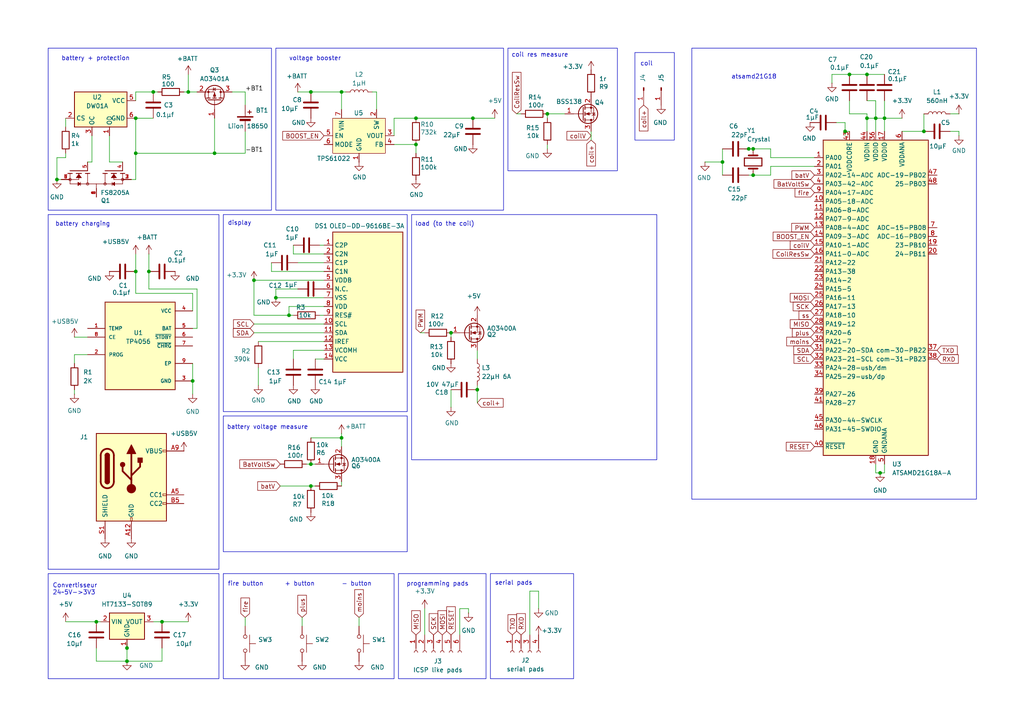
<source format=kicad_sch>
(kicad_sch
	(version 20231120)
	(generator "eeschema")
	(generator_version "8.0")
	(uuid "e79128ee-212b-4442-a43f-c163c43b8a09")
	(paper "A4")
	(title_block
		(title "VBox")
		(date "2024-12-24")
		(rev "0.2")
	)
	
	(junction
		(at 137.16 34.29)
		(diameter 0)
		(color 0 0 0 0)
		(uuid "0dc5ae22-7e67-4120-9f6e-a0e265feab63")
	)
	(junction
		(at 43.18 78.74)
		(diameter 0)
		(color 0 0 0 0)
		(uuid "23504f13-80a2-4715-bef8-aa16c7b529df")
	)
	(junction
		(at 39.37 78.74)
		(diameter 0)
		(color 0 0 0 0)
		(uuid "25212f8e-a551-485c-9432-5ecf007d1aa6")
	)
	(junction
		(at 267.97 38.1)
		(diameter 0)
		(color 0 0 0 0)
		(uuid "28a7f15f-e8cb-47fa-9735-95b60f69a11e")
	)
	(junction
		(at 27.94 180.34)
		(diameter 0)
		(color 0 0 0 0)
		(uuid "28eae92f-0177-4bde-8608-e0e261004e73")
	)
	(junction
		(at 120.65 41.91)
		(diameter 0)
		(color 0 0 0 0)
		(uuid "2f2a38f0-9a2c-40ee-9f91-325ece032515")
	)
	(junction
		(at 130.81 96.52)
		(diameter 0)
		(color 0 0 0 0)
		(uuid "3ef91fd5-9073-4191-ba06-a03f508dc868")
	)
	(junction
		(at 39.37 34.29)
		(diameter 0)
		(color 0 0 0 0)
		(uuid "40f166c1-6a8b-4ecc-8b51-eb5486a28fec")
	)
	(junction
		(at 83.82 91.44)
		(diameter 0)
		(color 0 0 0 0)
		(uuid "4217b900-d535-4734-a2ac-7b93230d661f")
	)
	(junction
		(at 251.46 21.59)
		(diameter 0)
		(color 0 0 0 0)
		(uuid "493ef42d-3b1e-4d6c-b517-aa3ae5fb25c1")
	)
	(junction
		(at 120.65 34.29)
		(diameter 0)
		(color 0 0 0 0)
		(uuid "4e39a01e-112a-4b12-a345-0efbd1d14871")
	)
	(junction
		(at 73.66 81.28)
		(diameter 0)
		(color 0 0 0 0)
		(uuid "5e612b7d-95fe-4bd7-949f-a70b8fc4404d")
	)
	(junction
		(at 218.44 43.18)
		(diameter 0)
		(color 0 0 0 0)
		(uuid "65fc6330-fe0c-4dec-8cfa-07ba958e8f0d")
	)
	(junction
		(at 138.43 113.03)
		(diameter 0)
		(color 0 0 0 0)
		(uuid "6926e290-6c04-434a-865e-19b8f738978a")
	)
	(junction
		(at 217.17 43.18)
		(diameter 0)
		(color 0 0 0 0)
		(uuid "70939512-8999-4a3a-bc2a-982e08c1650b")
	)
	(junction
		(at 255.27 137.16)
		(diameter 0)
		(color 0 0 0 0)
		(uuid "75eeb78e-93a7-4e17-a6d2-a82cb97a94a3")
	)
	(junction
		(at 90.17 134.62)
		(diameter 0)
		(color 0 0 0 0)
		(uuid "89ae31ad-11ee-4e85-b083-c715fe8313af")
	)
	(junction
		(at 36.83 191.77)
		(diameter 0)
		(color 0 0 0 0)
		(uuid "8af1900f-011d-4e7c-9336-0af8428564d3")
	)
	(junction
		(at 90.17 26.67)
		(diameter 0)
		(color 0 0 0 0)
		(uuid "8b5fb09f-0e0b-4e96-941c-4bab801f13bb")
	)
	(junction
		(at 256.54 34.29)
		(diameter 0)
		(color 0 0 0 0)
		(uuid "8fbfbb1d-c229-48ea-8a99-c591d40861c0")
	)
	(junction
		(at 80.01 86.36)
		(diameter 0)
		(color 0 0 0 0)
		(uuid "9dd5d14b-36b0-4a2b-ad26-b1f91462cdbc")
	)
	(junction
		(at 46.99 180.34)
		(diameter 0)
		(color 0 0 0 0)
		(uuid "9eecbaab-3d57-455c-a445-6dbf96764891")
	)
	(junction
		(at 16.51 52.07)
		(diameter 0)
		(color 0 0 0 0)
		(uuid "a34ece46-2b51-48f3-a371-3d05e13266c7")
	)
	(junction
		(at 99.06 127)
		(diameter 0)
		(color 0 0 0 0)
		(uuid "b8c28ab1-16c9-4420-be62-1859efec0171")
	)
	(junction
		(at 158.75 33.02)
		(diameter 0)
		(color 0 0 0 0)
		(uuid "be851727-ca71-4e0f-9e35-53c8d92392f8")
	)
	(junction
		(at 62.23 44.45)
		(diameter 0)
		(color 0 0 0 0)
		(uuid "c157e39a-ad68-439a-9093-a16128fa68ca")
	)
	(junction
		(at 36.83 187.96)
		(diameter 0)
		(color 0 0 0 0)
		(uuid "c71f55cd-11fe-4047-b95e-2f5d9893fb4b")
	)
	(junction
		(at 44.45 26.67)
		(diameter 0)
		(color 0 0 0 0)
		(uuid "cc57f43e-bb39-44af-a9a0-88db0b9dc470")
	)
	(junction
		(at 39.37 44.45)
		(diameter 0)
		(color 0 0 0 0)
		(uuid "d394c192-c090-4cb0-8ff1-b6f13af8499d")
	)
	(junction
		(at 99.06 26.67)
		(diameter 0)
		(color 0 0 0 0)
		(uuid "dcc9532d-b0ef-4650-b2cd-5a3965bfb898")
	)
	(junction
		(at 209.55 46.99)
		(diameter 0)
		(color 0 0 0 0)
		(uuid "dd6d74a7-d191-403d-900d-98ea5afbf557")
	)
	(junction
		(at 246.38 21.59)
		(diameter 0)
		(color 0 0 0 0)
		(uuid "df5d0cff-c28b-408a-86fc-f8cb5b38b2be")
	)
	(junction
		(at 218.44 50.8)
		(diameter 0)
		(color 0 0 0 0)
		(uuid "e21ecfdc-20b7-42d1-9131-726bb411738e")
	)
	(junction
		(at 245.11 38.1)
		(diameter 0)
		(color 0 0 0 0)
		(uuid "e6086cf0-07e5-4180-9234-9530fe09b7e6")
	)
	(junction
		(at 254 34.29)
		(diameter 0)
		(color 0 0 0 0)
		(uuid "e69e276e-6a11-412e-ae07-eb6b5b6008e3")
	)
	(junction
		(at 251.46 34.29)
		(diameter 0)
		(color 0 0 0 0)
		(uuid "e8ecf99e-f45c-4bbf-b51f-1f1b7eb9896b")
	)
	(junction
		(at 90.17 140.97)
		(diameter 0)
		(color 0 0 0 0)
		(uuid "ec7d8b1b-c3a1-46db-a803-6cf0c8de4ab7")
	)
	(junction
		(at 55.88 110.49)
		(diameter 0)
		(color 0 0 0 0)
		(uuid "eff7a68a-7026-48de-bc34-3329900a0206")
	)
	(junction
		(at 54.61 26.67)
		(diameter 0)
		(color 0 0 0 0)
		(uuid "fd303f27-1f51-4c62-947e-2c22d346bc82")
	)
	(wire
		(pts
			(xy 241.3 24.13) (xy 241.3 21.59)
		)
		(stroke
			(width 0)
			(type default)
		)
		(uuid "001c2bf2-5906-45fa-a51b-ceb9d597f272")
	)
	(wire
		(pts
			(xy 275.59 33.02) (xy 278.13 33.02)
		)
		(stroke
			(width 0)
			(type default)
		)
		(uuid "00e7f358-c298-4e98-8cb6-a9c0f3208779")
	)
	(wire
		(pts
			(xy 138.43 113.03) (xy 138.43 116.84)
		)
		(stroke
			(width 0)
			(type default)
		)
		(uuid "0459cce6-ccf3-4304-8649-23b90d3f1979")
	)
	(wire
		(pts
			(xy 83.82 88.9) (xy 83.82 91.44)
		)
		(stroke
			(width 0)
			(type default)
		)
		(uuid "059d077b-37cf-42c5-ab1f-07845c2262af")
	)
	(wire
		(pts
			(xy 19.05 44.45) (xy 19.05 45.72)
		)
		(stroke
			(width 0)
			(type default)
		)
		(uuid "0746fb1a-8712-47ff-b3f8-79ee6c6a3485")
	)
	(wire
		(pts
			(xy 242.57 35.56) (xy 245.11 35.56)
		)
		(stroke
			(width 0)
			(type default)
		)
		(uuid "081c4f63-4b4d-4db5-ac4b-c03430064cb4")
	)
	(wire
		(pts
			(xy 218.44 43.18) (xy 223.52 43.18)
		)
		(stroke
			(width 0)
			(type default)
		)
		(uuid "09dd95d5-2327-4a2a-afb2-1bc7b43e11dc")
	)
	(wire
		(pts
			(xy 92.71 91.44) (xy 93.98 91.44)
		)
		(stroke
			(width 0)
			(type default)
		)
		(uuid "09f80b0d-7df1-4211-a7d3-bc19f8ca477b")
	)
	(wire
		(pts
			(xy 57.15 95.25) (xy 55.88 95.25)
		)
		(stroke
			(width 0)
			(type default)
		)
		(uuid "0d2565ff-dbd2-4fee-a2fc-1af442afa4c4")
	)
	(wire
		(pts
			(xy 130.81 96.52) (xy 130.81 97.79)
		)
		(stroke
			(width 0)
			(type default)
		)
		(uuid "0e1b5d87-e65c-49a2-8fa4-86a8ec764796")
	)
	(wire
		(pts
			(xy 57.15 95.25) (xy 57.15 83.82)
		)
		(stroke
			(width 0)
			(type default)
		)
		(uuid "0e258064-ae6f-45b7-afc3-a11f21ac0895")
	)
	(wire
		(pts
			(xy 256.54 34.29) (xy 256.54 38.1)
		)
		(stroke
			(width 0)
			(type default)
		)
		(uuid "0fe0a0ee-faef-449b-ab10-e5795efffab7")
	)
	(wire
		(pts
			(xy 86.36 83.82) (xy 80.01 83.82)
		)
		(stroke
			(width 0)
			(type default)
		)
		(uuid "11377225-1192-4577-a11a-9ca23dce9978")
	)
	(wire
		(pts
			(xy 46.99 180.34) (xy 54.61 180.34)
		)
		(stroke
			(width 0)
			(type default)
		)
		(uuid "11f97727-7aac-40bf-aecb-d70465441d47")
	)
	(wire
		(pts
			(xy 90.17 127) (xy 99.06 127)
		)
		(stroke
			(width 0)
			(type default)
		)
		(uuid "123ef7c2-830b-44ce-9e0f-2ec10f68da7e")
	)
	(wire
		(pts
			(xy 120.65 34.29) (xy 137.16 34.29)
		)
		(stroke
			(width 0)
			(type default)
		)
		(uuid "13e4932e-873f-4478-9587-edc3ed9fb69c")
	)
	(wire
		(pts
			(xy 93.98 73.66) (xy 85.09 73.66)
		)
		(stroke
			(width 0)
			(type default)
		)
		(uuid "1583726e-8ef6-4253-88c6-6869fabf56c8")
	)
	(wire
		(pts
			(xy 87.63 179.07) (xy 87.63 181.61)
		)
		(stroke
			(width 0)
			(type default)
		)
		(uuid "15d78704-d136-4a50-acc2-5d9272f3652a")
	)
	(wire
		(pts
			(xy 99.06 26.67) (xy 100.33 26.67)
		)
		(stroke
			(width 0)
			(type default)
		)
		(uuid "1c01d52e-7266-4937-aff7-c71ade0c2b67")
	)
	(wire
		(pts
			(xy 36.83 186.69) (xy 36.83 187.96)
		)
		(stroke
			(width 0)
			(type default)
		)
		(uuid "1c1aa68e-72a8-4f55-83ca-a0554456f057")
	)
	(wire
		(pts
			(xy 217.17 50.8) (xy 218.44 50.8)
		)
		(stroke
			(width 0)
			(type default)
		)
		(uuid "206ea08f-7925-4572-9454-b9364904f29f")
	)
	(wire
		(pts
			(xy 218.44 50.8) (xy 223.52 50.8)
		)
		(stroke
			(width 0)
			(type default)
		)
		(uuid "2299b2bc-2b78-42de-9069-eb89126373cb")
	)
	(wire
		(pts
			(xy 256.54 34.29) (xy 261.62 34.29)
		)
		(stroke
			(width 0)
			(type default)
		)
		(uuid "24b3a105-032e-46c6-843a-a8427d6f7f66")
	)
	(wire
		(pts
			(xy 99.06 125.73) (xy 99.06 127)
		)
		(stroke
			(width 0)
			(type default)
		)
		(uuid "2b071163-e761-4f68-926b-225c4036ea80")
	)
	(wire
		(pts
			(xy 114.3 34.29) (xy 120.65 34.29)
		)
		(stroke
			(width 0)
			(type default)
		)
		(uuid "2c034e51-f1af-476e-8dd0-d969344c4ad9")
	)
	(wire
		(pts
			(xy 93.98 76.2) (xy 86.36 76.2)
		)
		(stroke
			(width 0)
			(type default)
		)
		(uuid "2cb62b69-e6a5-4953-9d3c-aa3a075cb925")
	)
	(wire
		(pts
			(xy 39.37 44.45) (xy 62.23 44.45)
		)
		(stroke
			(width 0)
			(type default)
		)
		(uuid "2cdcaef8-d603-4b28-870f-6290558e9f60")
	)
	(wire
		(pts
			(xy 114.3 39.37) (xy 114.3 34.29)
		)
		(stroke
			(width 0)
			(type default)
		)
		(uuid "2cf55bf0-b39e-4d1a-867a-a052ec5a0d52")
	)
	(wire
		(pts
			(xy 31.75 39.37) (xy 31.75 46.99)
		)
		(stroke
			(width 0)
			(type default)
		)
		(uuid "2e3d4023-7418-43d3-9133-cf755d25a37d")
	)
	(wire
		(pts
			(xy 209.55 43.18) (xy 209.55 46.99)
		)
		(stroke
			(width 0)
			(type default)
		)
		(uuid "2f5d092a-ff5e-4bb5-8f77-0c5c3f32c70a")
	)
	(wire
		(pts
			(xy 73.66 93.98) (xy 93.98 93.98)
		)
		(stroke
			(width 0)
			(type default)
		)
		(uuid "311cf34a-d8df-4511-ae46-4d42f6c85240")
	)
	(wire
		(pts
			(xy 16.51 52.07) (xy 17.78 52.07)
		)
		(stroke
			(width 0)
			(type default)
		)
		(uuid "3167ec46-f722-4478-ac05-e998364cd6d0")
	)
	(wire
		(pts
			(xy 57.15 26.67) (xy 54.61 26.67)
		)
		(stroke
			(width 0)
			(type default)
		)
		(uuid "3522f34c-6487-49bf-ac51-7323b17345b2")
	)
	(wire
		(pts
			(xy 55.88 110.49) (xy 55.88 114.3)
		)
		(stroke
			(width 0)
			(type default)
		)
		(uuid "36dca280-04b1-4c51-b4b7-6d77284dadcd")
	)
	(wire
		(pts
			(xy 215.9 43.18) (xy 217.17 43.18)
		)
		(stroke
			(width 0)
			(type default)
		)
		(uuid "3783feb7-ae28-484b-b28e-53c86e9589d4")
	)
	(wire
		(pts
			(xy 38.1 52.07) (xy 39.37 52.07)
		)
		(stroke
			(width 0)
			(type default)
		)
		(uuid "391027ba-8856-443e-9d95-57a090209cf3")
	)
	(wire
		(pts
			(xy 26.67 39.37) (xy 26.67 46.99)
		)
		(stroke
			(width 0)
			(type default)
		)
		(uuid "3af4de8c-6483-40d2-aeff-fe3d87599550")
	)
	(wire
		(pts
			(xy 256.54 134.62) (xy 256.54 137.16)
		)
		(stroke
			(width 0)
			(type default)
		)
		(uuid "3ce097d5-18c6-4608-a453-e0fce05cf9c0")
	)
	(wire
		(pts
			(xy 223.52 48.26) (xy 236.22 48.26)
		)
		(stroke
			(width 0)
			(type default)
		)
		(uuid "417dafaf-5036-4456-a10d-5733f5e20894")
	)
	(wire
		(pts
			(xy 267.97 38.1) (xy 267.97 33.02)
		)
		(stroke
			(width 0)
			(type default)
		)
		(uuid "423a72f4-7332-4b04-9cdd-be019e28362e")
	)
	(wire
		(pts
			(xy 153.67 171.45) (xy 153.67 184.15)
		)
		(stroke
			(width 0)
			(type default)
		)
		(uuid "424e1c7b-921f-474a-9dd4-f4ae2f2c5fb1")
	)
	(wire
		(pts
			(xy 251.46 34.29) (xy 251.46 38.1)
		)
		(stroke
			(width 0)
			(type default)
		)
		(uuid "44c795f6-f19c-456c-a2fd-e72e90135f22")
	)
	(wire
		(pts
			(xy 245.11 39.37) (xy 245.11 38.1)
		)
		(stroke
			(width 0)
			(type default)
		)
		(uuid "45293591-3106-4a38-8ece-0096a4a9b366")
	)
	(wire
		(pts
			(xy 92.71 71.12) (xy 93.98 71.12)
		)
		(stroke
			(width 0)
			(type default)
		)
		(uuid "4b0c2310-69ce-4f33-ba09-74e5d47845f2")
	)
	(wire
		(pts
			(xy 39.37 29.21) (xy 39.37 26.67)
		)
		(stroke
			(width 0)
			(type default)
		)
		(uuid "4b9104fc-d6d0-4d02-bf45-2760e05a9936")
	)
	(wire
		(pts
			(xy 209.55 50.8) (xy 209.55 46.99)
		)
		(stroke
			(width 0)
			(type default)
		)
		(uuid "4c2d8e40-a0dc-4745-86ea-d240c9420e7f")
	)
	(wire
		(pts
			(xy 90.17 140.97) (xy 91.44 140.97)
		)
		(stroke
			(width 0)
			(type default)
		)
		(uuid "4da6e938-61ce-4acf-a55c-14760a407de5")
	)
	(wire
		(pts
			(xy 39.37 26.67) (xy 44.45 26.67)
		)
		(stroke
			(width 0)
			(type default)
		)
		(uuid "507581eb-367b-44b3-a5cb-cbf17268a41b")
	)
	(wire
		(pts
			(xy 36.83 187.96) (xy 36.83 191.77)
		)
		(stroke
			(width 0)
			(type default)
		)
		(uuid "50d0f301-4c90-4b17-89eb-93aa0a1e222e")
	)
	(wire
		(pts
			(xy 223.52 50.8) (xy 223.52 48.26)
		)
		(stroke
			(width 0)
			(type default)
		)
		(uuid "512d4f9c-9dbc-401d-b937-d2b3774de403")
	)
	(wire
		(pts
			(xy 71.12 179.07) (xy 71.12 181.61)
		)
		(stroke
			(width 0)
			(type default)
		)
		(uuid "514d8993-87ea-405b-964a-8e923807c9e6")
	)
	(wire
		(pts
			(xy 158.75 33.02) (xy 163.83 33.02)
		)
		(stroke
			(width 0)
			(type default)
		)
		(uuid "548e2e2a-7b46-4732-a5fc-8e13366df124")
	)
	(wire
		(pts
			(xy 254 29.21) (xy 254 34.29)
		)
		(stroke
			(width 0)
			(type default)
		)
		(uuid "563948bd-76a7-4bac-811f-d438845ed674")
	)
	(wire
		(pts
			(xy 99.06 140.97) (xy 99.06 139.7)
		)
		(stroke
			(width 0)
			(type default)
		)
		(uuid "56502c0c-2fa4-4a3a-89bb-e0889bc86dea")
	)
	(wire
		(pts
			(xy 88.9 134.62) (xy 90.17 134.62)
		)
		(stroke
			(width 0)
			(type default)
		)
		(uuid "57ec4aa0-9e32-45f5-ab27-d0b331690e68")
	)
	(wire
		(pts
			(xy 78.74 76.2) (xy 78.74 78.74)
		)
		(stroke
			(width 0)
			(type default)
		)
		(uuid "5a068dd7-1cff-4346-9101-649bb2162239")
	)
	(wire
		(pts
			(xy 256.54 29.21) (xy 256.54 34.29)
		)
		(stroke
			(width 0)
			(type default)
		)
		(uuid "5a7df095-19e9-4318-81ce-c92d76fea762")
	)
	(wire
		(pts
			(xy 39.37 34.29) (xy 44.45 34.29)
		)
		(stroke
			(width 0)
			(type default)
		)
		(uuid "5a96c07f-c099-4d57-ab78-8108721f3b21")
	)
	(wire
		(pts
			(xy 54.61 26.67) (xy 54.61 21.59)
		)
		(stroke
			(width 0)
			(type default)
		)
		(uuid "5abe0e43-0321-4927-a464-6e61efe86853")
	)
	(wire
		(pts
			(xy 114.3 41.91) (xy 120.65 41.91)
		)
		(stroke
			(width 0)
			(type default)
		)
		(uuid "5adb3eb4-b2ef-46f7-92f8-bfa41cf9789a")
	)
	(wire
		(pts
			(xy 21.59 102.87) (xy 21.59 105.41)
		)
		(stroke
			(width 0)
			(type default)
		)
		(uuid "5c0b93d7-54ae-42a1-b7b0-9cfef1925c8a")
	)
	(wire
		(pts
			(xy 254 137.16) (xy 254 134.62)
		)
		(stroke
			(width 0)
			(type default)
		)
		(uuid "5c22cb53-56f1-419c-b7ac-e36c6950177c")
	)
	(wire
		(pts
			(xy 246.38 33.02) (xy 251.46 33.02)
		)
		(stroke
			(width 0)
			(type default)
		)
		(uuid "5c2b52c2-dcac-464a-a137-e73644344e3a")
	)
	(wire
		(pts
			(xy 245.11 38.1) (xy 246.38 38.1)
		)
		(stroke
			(width 0)
			(type default)
		)
		(uuid "5c5e8f76-6622-425b-9f90-50fa6ca6a3d9")
	)
	(wire
		(pts
			(xy 39.37 34.29) (xy 39.37 44.45)
		)
		(stroke
			(width 0)
			(type default)
		)
		(uuid "61def6f6-ddfe-460e-ba08-30ae2262006d")
	)
	(wire
		(pts
			(xy 123.19 176.53) (xy 123.19 184.15)
		)
		(stroke
			(width 0)
			(type default)
		)
		(uuid "62c0d760-160b-44b0-a21d-099c041a71be")
	)
	(wire
		(pts
			(xy 19.05 45.72) (xy 16.51 45.72)
		)
		(stroke
			(width 0)
			(type default)
		)
		(uuid "6823a712-7d62-4652-a910-4ecb18fe1b6f")
	)
	(wire
		(pts
			(xy 44.45 180.34) (xy 46.99 180.34)
		)
		(stroke
			(width 0)
			(type default)
		)
		(uuid "69193738-8b61-4804-8df9-abb894b50bdf")
	)
	(wire
		(pts
			(xy 53.34 26.67) (xy 54.61 26.67)
		)
		(stroke
			(width 0)
			(type default)
		)
		(uuid "69e8bee0-0ae5-4716-91d3-dc7ff4b23f8a")
	)
	(wire
		(pts
			(xy 71.12 30.48) (xy 71.12 26.67)
		)
		(stroke
			(width 0)
			(type default)
		)
		(uuid "6b39adab-86a5-4f34-8b36-3aa4ca9c2636")
	)
	(wire
		(pts
			(xy 241.3 21.59) (xy 246.38 21.59)
		)
		(stroke
			(width 0)
			(type default)
		)
		(uuid "6c384dcd-98b1-4a57-9b2f-f748a00b9372")
	)
	(wire
		(pts
			(xy 138.43 104.14) (xy 138.43 101.6)
		)
		(stroke
			(width 0)
			(type default)
		)
		(uuid "72a30854-9baf-4b28-a6c8-bbc540ccd1fd")
	)
	(wire
		(pts
			(xy 43.18 83.82) (xy 43.18 78.74)
		)
		(stroke
			(width 0)
			(type default)
		)
		(uuid "72de1630-a37d-42a2-af6e-112fe85d9e55")
	)
	(wire
		(pts
			(xy 149.86 33.02) (xy 151.13 33.02)
		)
		(stroke
			(width 0)
			(type default)
		)
		(uuid "74208038-b870-4ae9-8aa2-5c6d016630f1")
	)
	(wire
		(pts
			(xy 245.11 35.56) (xy 245.11 38.1)
		)
		(stroke
			(width 0)
			(type default)
		)
		(uuid "75fe539f-82b4-4f68-a8f8-46c8c4b9a031")
	)
	(wire
		(pts
			(xy 251.46 33.02) (xy 251.46 34.29)
		)
		(stroke
			(width 0)
			(type default)
		)
		(uuid "778cafbb-8f63-477c-894d-40ee7ae006ee")
	)
	(wire
		(pts
			(xy 81.28 140.97) (xy 90.17 140.97)
		)
		(stroke
			(width 0)
			(type default)
		)
		(uuid "77e62739-b2c4-4f17-bab0-1fb3b33ef9e6")
	)
	(wire
		(pts
			(xy 39.37 85.09) (xy 39.37 78.74)
		)
		(stroke
			(width 0)
			(type default)
		)
		(uuid "78f17253-1d2b-444e-bad5-bf7ebdc39753")
	)
	(wire
		(pts
			(xy 27.94 191.77) (xy 36.83 191.77)
		)
		(stroke
			(width 0)
			(type default)
		)
		(uuid "7dbc4fff-eea6-41d6-83d7-700fb85e7c1b")
	)
	(wire
		(pts
			(xy 246.38 21.59) (xy 251.46 21.59)
		)
		(stroke
			(width 0)
			(type default)
		)
		(uuid "7ed89645-2dc7-4f00-ab2e-e05e8444f924")
	)
	(wire
		(pts
			(xy 74.93 99.06) (xy 93.98 99.06)
		)
		(stroke
			(width 0)
			(type default)
		)
		(uuid "803ede38-9d19-4360-9da4-305d1900f3ca")
	)
	(wire
		(pts
			(xy 255.27 137.16) (xy 256.54 137.16)
		)
		(stroke
			(width 0)
			(type default)
		)
		(uuid "83b4bf48-1e8a-4c8e-972e-8f397db731fb")
	)
	(wire
		(pts
			(xy 93.98 81.28) (xy 73.66 81.28)
		)
		(stroke
			(width 0)
			(type default)
		)
		(uuid "85b4d837-ede9-41a2-8b6b-be843669f01d")
	)
	(wire
		(pts
			(xy 73.66 81.28) (xy 73.66 91.44)
		)
		(stroke
			(width 0)
			(type default)
		)
		(uuid "870b3c73-176b-4954-99bf-e4a3f4d86f5b")
	)
	(wire
		(pts
			(xy 27.94 180.34) (xy 29.21 180.34)
		)
		(stroke
			(width 0)
			(type default)
		)
		(uuid "889e4369-8b34-4920-ac88-7b382e09dc3f")
	)
	(wire
		(pts
			(xy 251.46 34.29) (xy 254 34.29)
		)
		(stroke
			(width 0)
			(type default)
		)
		(uuid "8987cf81-815d-4e6e-a98d-0ce8a727e55f")
	)
	(wire
		(pts
			(xy 55.88 85.09) (xy 39.37 85.09)
		)
		(stroke
			(width 0)
			(type default)
		)
		(uuid "8a69fa63-9b01-4512-9633-60770ffd6532")
	)
	(wire
		(pts
			(xy 99.06 26.67) (xy 99.06 31.75)
		)
		(stroke
			(width 0)
			(type default)
		)
		(uuid "8b61020e-e1a6-4156-aed8-1f68d508c328")
	)
	(wire
		(pts
			(xy 223.52 43.18) (xy 223.52 45.72)
		)
		(stroke
			(width 0)
			(type default)
		)
		(uuid "8ccdf24d-7ba4-40aa-a4e9-43de31342d8b")
	)
	(wire
		(pts
			(xy 55.88 90.17) (xy 55.88 85.09)
		)
		(stroke
			(width 0)
			(type default)
		)
		(uuid "9058f39b-d13c-4c72-80e5-f5a68a2cc134")
	)
	(wire
		(pts
			(xy 153.67 171.45) (xy 156.21 171.45)
		)
		(stroke
			(width 0)
			(type default)
		)
		(uuid "914fe708-b5eb-4b11-a470-de7f4e34fdcb")
	)
	(wire
		(pts
			(xy 85.09 73.66) (xy 85.09 71.12)
		)
		(stroke
			(width 0)
			(type default)
		)
		(uuid "919ce4dd-0292-41c6-9d22-55c2c409f123")
	)
	(wire
		(pts
			(xy 254 34.29) (xy 256.54 34.29)
		)
		(stroke
			(width 0)
			(type default)
		)
		(uuid "92242dbb-018f-436f-9286-d16875ff5529")
	)
	(wire
		(pts
			(xy 99.06 127) (xy 99.06 129.54)
		)
		(stroke
			(width 0)
			(type default)
		)
		(uuid "96ac7688-571b-4a0e-980f-801bb1888e6e")
	)
	(wire
		(pts
			(xy 255.27 137.16) (xy 254 137.16)
		)
		(stroke
			(width 0)
			(type default)
		)
		(uuid "9ce49e65-59d0-4c54-a8a0-220beeb2c857")
	)
	(wire
		(pts
			(xy 39.37 73.66) (xy 39.37 78.74)
		)
		(stroke
			(width 0)
			(type default)
		)
		(uuid "9e310c8a-0642-4073-aa6d-813d716cd45b")
	)
	(wire
		(pts
			(xy 109.22 31.75) (xy 109.22 26.67)
		)
		(stroke
			(width 0)
			(type default)
		)
		(uuid "9f6a8c65-318a-4bdb-b9af-fd742009a117")
	)
	(wire
		(pts
			(xy 26.67 46.99) (xy 25.4 46.99)
		)
		(stroke
			(width 0)
			(type default)
		)
		(uuid "a20b69e8-d433-475d-a812-0cd1482305f5")
	)
	(wire
		(pts
			(xy 254 34.29) (xy 254 38.1)
		)
		(stroke
			(width 0)
			(type default)
		)
		(uuid "a4cb355e-98d8-43a9-9822-045e0f5d5d1b")
	)
	(wire
		(pts
			(xy 80.01 83.82) (xy 80.01 86.36)
		)
		(stroke
			(width 0)
			(type default)
		)
		(uuid "a6e28197-eacd-4f41-8242-aa9aafc2e4c4")
	)
	(wire
		(pts
			(xy 85.09 101.6) (xy 85.09 104.14)
		)
		(stroke
			(width 0)
			(type default)
		)
		(uuid "a6e5a03c-0a59-4a4f-bb74-a797aa0e3866")
	)
	(wire
		(pts
			(xy 171.45 38.1) (xy 171.45 40.64)
		)
		(stroke
			(width 0)
			(type default)
		)
		(uuid "a7f91fce-4833-4ffe-a704-e237f0f37cf3")
	)
	(wire
		(pts
			(xy 62.23 34.29) (xy 62.23 44.45)
		)
		(stroke
			(width 0)
			(type default)
		)
		(uuid "a8dac2c3-f7c9-4861-a13a-663e95da4948")
	)
	(wire
		(pts
			(xy 93.98 101.6) (xy 85.09 101.6)
		)
		(stroke
			(width 0)
			(type default)
		)
		(uuid "ace68dec-040e-43dc-94c1-61b7348cadaa")
	)
	(wire
		(pts
			(xy 62.23 44.45) (xy 71.12 44.45)
		)
		(stroke
			(width 0)
			(type default)
		)
		(uuid "af5628b0-21a9-4466-a3de-6d72d0a37ecc")
	)
	(wire
		(pts
			(xy 130.81 118.11) (xy 130.81 113.03)
		)
		(stroke
			(width 0)
			(type default)
		)
		(uuid "af710bb5-8b62-412b-9d64-2e88e3dff69c")
	)
	(wire
		(pts
			(xy 133.35 176.53) (xy 135.89 176.53)
		)
		(stroke
			(width 0)
			(type default)
		)
		(uuid "b00e34a9-0740-48bb-b58c-de9e0ed32b07")
	)
	(wire
		(pts
			(xy 71.12 38.1) (xy 71.12 44.45)
		)
		(stroke
			(width 0)
			(type default)
		)
		(uuid "b0d7e412-a508-4273-a8e5-b1bc2dccf00a")
	)
	(wire
		(pts
			(xy 133.35 176.53) (xy 133.35 184.15)
		)
		(stroke
			(width 0)
			(type default)
		)
		(uuid "b2cd60e4-0367-4f76-a58a-89bda606426b")
	)
	(wire
		(pts
			(xy 78.74 78.74) (xy 93.98 78.74)
		)
		(stroke
			(width 0)
			(type default)
		)
		(uuid "b352bac4-bfcc-43f9-ac95-46eb71868093")
	)
	(wire
		(pts
			(xy 67.31 26.67) (xy 71.12 26.67)
		)
		(stroke
			(width 0)
			(type default)
		)
		(uuid "b4989321-c391-4669-8567-0d142c3c7afd")
	)
	(wire
		(pts
			(xy 73.66 91.44) (xy 83.82 91.44)
		)
		(stroke
			(width 0)
			(type default)
		)
		(uuid "b7671b70-5193-4e82-ab2f-4a141b9d6c57")
	)
	(wire
		(pts
			(xy 223.52 45.72) (xy 236.22 45.72)
		)
		(stroke
			(width 0)
			(type default)
		)
		(uuid "b7c9d073-5626-4fc9-ad0b-499e92d4a472")
	)
	(wire
		(pts
			(xy 21.59 113.03) (xy 21.59 114.3)
		)
		(stroke
			(width 0)
			(type default)
		)
		(uuid "b879f85c-02af-4363-8688-cff5a875a864")
	)
	(wire
		(pts
			(xy 16.51 45.72) (xy 16.51 52.07)
		)
		(stroke
			(width 0)
			(type default)
		)
		(uuid "b9803d74-78d2-4049-935e-89bd068d78b8")
	)
	(wire
		(pts
			(xy 158.75 41.91) (xy 158.75 43.18)
		)
		(stroke
			(width 0)
			(type default)
		)
		(uuid "ba79c6e7-09ce-46a6-bcab-45c60dc31437")
	)
	(wire
		(pts
			(xy 137.16 34.29) (xy 143.51 34.29)
		)
		(stroke
			(width 0)
			(type default)
		)
		(uuid "bbff4e7a-f56b-4542-a514-183058c05d62")
	)
	(wire
		(pts
			(xy 19.05 34.29) (xy 19.05 36.83)
		)
		(stroke
			(width 0)
			(type default)
		)
		(uuid "bc36a65e-af7f-4f86-971a-fced82fcc346")
	)
	(wire
		(pts
			(xy 246.38 33.02) (xy 246.38 29.21)
		)
		(stroke
			(width 0)
			(type default)
		)
		(uuid "bd577085-fcff-4e2a-9e72-bb017b170f09")
	)
	(wire
		(pts
			(xy 43.18 73.66) (xy 43.18 78.74)
		)
		(stroke
			(width 0)
			(type default)
		)
		(uuid "c0a58d72-19b2-4a3a-ae66-234ce5d65b39")
	)
	(wire
		(pts
			(xy 275.59 38.1) (xy 278.13 38.1)
		)
		(stroke
			(width 0)
			(type default)
		)
		(uuid "c0e1bdf0-6030-442f-9ce5-6911939e6709")
	)
	(wire
		(pts
			(xy 73.66 96.52) (xy 93.98 96.52)
		)
		(stroke
			(width 0)
			(type default)
		)
		(uuid "c3a93bbf-8b41-42ed-98ee-826ff1af8c11")
	)
	(wire
		(pts
			(xy 74.93 111.76) (xy 74.93 106.68)
		)
		(stroke
			(width 0)
			(type default)
		)
		(uuid "c47013ba-a793-4ac5-ba01-97f694620218")
	)
	(wire
		(pts
			(xy 39.37 44.45) (xy 39.37 52.07)
		)
		(stroke
			(width 0)
			(type default)
		)
		(uuid "c60e6008-802e-46ee-bf71-263d617c4326")
	)
	(wire
		(pts
			(xy 138.43 111.76) (xy 138.43 113.03)
		)
		(stroke
			(width 0)
			(type default)
		)
		(uuid "c6897258-f9c0-4510-a457-adfde35958bb")
	)
	(wire
		(pts
			(xy 46.99 187.96) (xy 46.99 191.77)
		)
		(stroke
			(width 0)
			(type default)
		)
		(uuid "c8839131-40c9-41c6-afdf-36438eb88f41")
	)
	(wire
		(pts
			(xy 91.44 104.14) (xy 93.98 104.14)
		)
		(stroke
			(width 0)
			(type default)
		)
		(uuid "c88b8da0-884f-4780-aed2-e03e9939932f")
	)
	(wire
		(pts
			(xy 83.82 91.44) (xy 85.09 91.44)
		)
		(stroke
			(width 0)
			(type default)
		)
		(uuid "c971b6cb-a311-4ddb-a3b1-6cbd1e89d0e2")
	)
	(wire
		(pts
			(xy 156.21 171.45) (xy 156.21 176.53)
		)
		(stroke
			(width 0)
			(type default)
		)
		(uuid "cf269dfc-b934-410a-86b5-cf76953fed13")
	)
	(wire
		(pts
			(xy 19.05 180.34) (xy 27.94 180.34)
		)
		(stroke
			(width 0)
			(type default)
		)
		(uuid "cf3f1dd0-cc4d-4204-ad98-6eb085eee002")
	)
	(wire
		(pts
			(xy 25.4 102.87) (xy 21.59 102.87)
		)
		(stroke
			(width 0)
			(type default)
		)
		(uuid "d15a4deb-d980-4d86-9ec0-5bae7744c017")
	)
	(wire
		(pts
			(xy 86.36 26.67) (xy 90.17 26.67)
		)
		(stroke
			(width 0)
			(type default)
		)
		(uuid "d1a907b3-5811-4996-ad0f-d9ce4c77f16e")
	)
	(wire
		(pts
			(xy 261.62 38.1) (xy 267.97 38.1)
		)
		(stroke
			(width 0)
			(type default)
		)
		(uuid "d32d52dc-b425-4862-8d0b-b68713b51019")
	)
	(wire
		(pts
			(xy 109.22 26.67) (xy 107.95 26.67)
		)
		(stroke
			(width 0)
			(type default)
		)
		(uuid "d686b5ce-3650-4b5b-8f9d-f75125b89c07")
	)
	(wire
		(pts
			(xy 44.45 26.67) (xy 45.72 26.67)
		)
		(stroke
			(width 0)
			(type default)
		)
		(uuid "d8a0b507-701b-4230-a1af-86a1849847bd")
	)
	(wire
		(pts
			(xy 135.89 176.53) (xy 135.89 177.8)
		)
		(stroke
			(width 0)
			(type default)
		)
		(uuid "d9861edb-c71d-464f-8e04-2b1d2f977e8c")
	)
	(wire
		(pts
			(xy 27.94 187.96) (xy 27.94 191.77)
		)
		(stroke
			(width 0)
			(type default)
		)
		(uuid "da15444d-a76c-4b7e-9e35-7f1ca59e427c")
	)
	(wire
		(pts
			(xy 251.46 29.21) (xy 254 29.21)
		)
		(stroke
			(width 0)
			(type default)
		)
		(uuid "dc962509-2530-474a-88c1-e025fe7d84d0")
	)
	(wire
		(pts
			(xy 80.01 86.36) (xy 93.98 86.36)
		)
		(stroke
			(width 0)
			(type default)
		)
		(uuid "deff7a0c-f4d1-40b3-993a-6a01680c5bfa")
	)
	(wire
		(pts
			(xy 251.46 21.59) (xy 256.54 21.59)
		)
		(stroke
			(width 0)
			(type default)
		)
		(uuid "e412fb2b-2abe-4a14-ad74-656199a13e43")
	)
	(wire
		(pts
			(xy 21.59 97.79) (xy 25.4 97.79)
		)
		(stroke
			(width 0)
			(type default)
		)
		(uuid "e76b283b-92d8-4bb7-9561-91d7a5027793")
	)
	(wire
		(pts
			(xy 90.17 26.67) (xy 99.06 26.67)
		)
		(stroke
			(width 0)
			(type default)
		)
		(uuid "e8ccfd51-86c8-4a1c-a0f7-5beef73fa129")
	)
	(wire
		(pts
			(xy 209.55 46.99) (xy 204.47 46.99)
		)
		(stroke
			(width 0)
			(type default)
		)
		(uuid "e99093d1-3c1f-4723-8837-b4eaddffc523")
	)
	(wire
		(pts
			(xy 31.75 46.99) (xy 35.56 46.99)
		)
		(stroke
			(width 0)
			(type default)
		)
		(uuid "eb645478-4301-4d23-bf30-33dc61cb4440")
	)
	(wire
		(pts
			(xy 55.88 105.41) (xy 55.88 110.49)
		)
		(stroke
			(width 0)
			(type default)
		)
		(uuid "ee394567-dcc0-4a72-a255-8a0582506be4")
	)
	(wire
		(pts
			(xy 278.13 38.1) (xy 278.13 39.37)
		)
		(stroke
			(width 0)
			(type default)
		)
		(uuid "f16c0f01-568f-4515-aea1-b7ef604f5ed8")
	)
	(wire
		(pts
			(xy 158.75 34.29) (xy 158.75 33.02)
		)
		(stroke
			(width 0)
			(type default)
		)
		(uuid "f1ba7617-b639-4810-a9d2-0ca5792b11f5")
	)
	(wire
		(pts
			(xy 90.17 134.62) (xy 91.44 134.62)
		)
		(stroke
			(width 0)
			(type default)
		)
		(uuid "f1de19db-265a-4225-839b-a95f33794bba")
	)
	(wire
		(pts
			(xy 121.92 96.52) (xy 123.19 96.52)
		)
		(stroke
			(width 0)
			(type default)
		)
		(uuid "f52d12d5-c0fa-4de5-9d4b-80a7cf0fb496")
	)
	(wire
		(pts
			(xy 36.83 191.77) (xy 46.99 191.77)
		)
		(stroke
			(width 0)
			(type default)
		)
		(uuid "f7454ae1-fb18-44a2-9508-0f66e1d8c5b3")
	)
	(wire
		(pts
			(xy 57.15 83.82) (xy 43.18 83.82)
		)
		(stroke
			(width 0)
			(type default)
		)
		(uuid "f888fe03-954e-4271-b34a-df5b1b38dd13")
	)
	(wire
		(pts
			(xy 93.98 88.9) (xy 83.82 88.9)
		)
		(stroke
			(width 0)
			(type default)
		)
		(uuid "f8d20ee8-1fa4-4ea6-b52e-f0be6681828a")
	)
	(wire
		(pts
			(xy 120.65 41.91) (xy 120.65 44.45)
		)
		(stroke
			(width 0)
			(type default)
		)
		(uuid "fb2ad3da-6e0d-4c1a-bdbe-a0dec5b9291c")
	)
	(wire
		(pts
			(xy 104.14 179.07) (xy 104.14 181.61)
		)
		(stroke
			(width 0)
			(type default)
		)
		(uuid "fc8ce581-eac2-442c-bae7-2feab2662204")
	)
	(wire
		(pts
			(xy 217.17 43.18) (xy 218.44 43.18)
		)
		(stroke
			(width 0)
			(type default)
		)
		(uuid "fdd147ef-64cb-4045-b5ea-7a63a3744c5b")
	)
	(rectangle
		(start 13.97 166.37)
		(end 63.5 196.85)
		(stroke
			(width 0)
			(type default)
		)
		(fill
			(type none)
		)
		(uuid 3c8fd542-b87a-4687-8abc-5f710b887071)
	)
	(rectangle
		(start 200.66 13.97)
		(end 283.21 144.78)
		(stroke
			(width 0)
			(type default)
		)
		(fill
			(type none)
		)
		(uuid 52ec4682-ce9e-40c7-ac28-c00cd4bd12f5)
	)
	(rectangle
		(start 13.97 13.97)
		(end 78.74 60.96)
		(stroke
			(width 0)
			(type default)
		)
		(fill
			(type none)
		)
		(uuid 53c2afa1-91f1-4b46-a877-1e1e08a290e9)
	)
	(rectangle
		(start 184.15 15.24)
		(end 195.58 40.64)
		(stroke
			(width 0)
			(type default)
		)
		(fill
			(type none)
		)
		(uuid 7789fb5b-b898-43d3-ad98-32c83ef6e69a)
	)
	(rectangle
		(start 147.32 13.97)
		(end 179.07 49.53)
		(stroke
			(width 0)
			(type default)
		)
		(fill
			(type none)
		)
		(uuid 7ad8e7a2-05e9-40ca-8e6e-aca81f88b916)
	)
	(rectangle
		(start 64.77 166.37)
		(end 114.3 196.85)
		(stroke
			(width 0)
			(type default)
		)
		(fill
			(type none)
		)
		(uuid bf9d151d-ddfd-4e94-b48b-0dbbf23f5e42)
	)
	(rectangle
		(start 80.01 13.97)
		(end 146.05 60.96)
		(stroke
			(width 0)
			(type default)
		)
		(fill
			(type none)
		)
		(uuid c2c8d6ae-fbe8-4c4d-ab37-f6f043db280f)
	)
	(rectangle
		(start 13.97 62.23)
		(end 63.5 165.1)
		(stroke
			(width 0)
			(type default)
		)
		(fill
			(type none)
		)
		(uuid ddbcd845-0740-4a1f-897c-34b5d3f1f33a)
	)
	(rectangle
		(start 64.77 120.65)
		(end 118.11 160.02)
		(stroke
			(width 0)
			(type default)
		)
		(fill
			(type none)
		)
		(uuid e4f3152f-2dfd-4ec0-9cd5-d36ea11de642)
	)
	(rectangle
		(start 64.77 62.23)
		(end 118.11 119.38)
		(stroke
			(width 0)
			(type default)
		)
		(fill
			(type none)
		)
		(uuid ecf3cacd-298b-4309-b0b7-32a8e2a2ec20)
	)
	(rectangle
		(start 142.24 166.37)
		(end 166.37 196.85)
		(stroke
			(width 0)
			(type default)
		)
		(fill
			(type none)
		)
		(uuid eedac679-8929-48c0-b296-a7a3e7330794)
	)
	(rectangle
		(start 119.38 62.23)
		(end 190.5 133.35)
		(stroke
			(width 0)
			(type default)
		)
		(fill
			(type none)
		)
		(uuid f31bc701-d4d6-474c-959e-8a912b29025a)
	)
	(rectangle
		(start 115.57 166.37)
		(end 140.97 196.85)
		(stroke
			(width 0)
			(type default)
		)
		(fill
			(type none)
		)
		(uuid f55510e6-75e3-43f2-bffd-f08d393b6b25)
	)
	(text "coil res measure"
		(exclude_from_sim no)
		(at 148.336 16.764 0)
		(effects
			(font
				(size 1.27 1.27)
			)
			(justify left bottom)
		)
		(uuid "087e89e2-f1c1-4e8c-8804-ec4c25cdf7e4")
	)
	(text "coil"
		(exclude_from_sim no)
		(at 185.674 19.304 0)
		(effects
			(font
				(size 1.27 1.27)
			)
			(justify left bottom)
		)
		(uuid "1bbdd0ed-f075-44a4-94d9-d9335a0fbf4e")
	)
	(text "Convertisseur\n24~5V->3V3"
		(exclude_from_sim no)
		(at 15.24 172.72 0)
		(effects
			(font
				(size 1.27 1.27)
			)
			(justify left bottom)
		)
		(uuid "1fbc388c-0b7e-470b-8913-b54c139d8d53")
	)
	(text "voltage booster"
		(exclude_from_sim no)
		(at 83.82 17.78 0)
		(effects
			(font
				(size 1.27 1.27)
			)
			(justify left bottom)
		)
		(uuid "3526efbc-cdae-45af-89cc-fc7e08ce8acf")
	)
	(text "battery voltage measure"
		(exclude_from_sim no)
		(at 65.786 124.714 0)
		(effects
			(font
				(size 1.27 1.27)
			)
			(justify left bottom)
		)
		(uuid "4f1a4259-6989-4f6c-86e1-f5210bec2f7c")
	)
	(text "serial pads"
		(exclude_from_sim no)
		(at 143.51 169.926 0)
		(effects
			(font
				(size 1.27 1.27)
			)
			(justify left bottom)
		)
		(uuid "59c93e5e-b68a-45e2-a3ee-b2cb2a1e5c04")
	)
	(text "+ button"
		(exclude_from_sim no)
		(at 82.55 170.18 0)
		(effects
			(font
				(size 1.27 1.27)
			)
			(justify left bottom)
		)
		(uuid "9bc770c7-95a5-4534-847b-a292de76738c")
	)
	(text "load (to the coil)"
		(exclude_from_sim no)
		(at 120.396 65.786 0)
		(effects
			(font
				(size 1.27 1.27)
			)
			(justify left bottom)
		)
		(uuid "badfdcba-1d08-43dc-8de3-5526f2efdbe3")
	)
	(text "battery + protection"
		(exclude_from_sim no)
		(at 17.78 17.78 0)
		(effects
			(font
				(size 1.27 1.27)
			)
			(justify left bottom)
		)
		(uuid "cf6707f9-fc15-4533-a619-b96229307976")
	)
	(text "battery charging"
		(exclude_from_sim no)
		(at 16.002 65.786 0)
		(effects
			(font
				(size 1.27 1.27)
			)
			(justify left bottom)
		)
		(uuid "d2960c67-27bf-4777-950c-aaa700e526c6")
	)
	(text "- button"
		(exclude_from_sim no)
		(at 99.06 170.18 0)
		(effects
			(font
				(size 1.27 1.27)
			)
			(justify left bottom)
		)
		(uuid "d2df5bb6-ec44-4284-80aa-41c931590d5b")
	)
	(text "atsamd21G18"
		(exclude_from_sim no)
		(at 212.09 23.114 0)
		(effects
			(font
				(size 1.27 1.27)
			)
			(justify left bottom)
		)
		(uuid "dd5673ef-a816-4125-92b5-fde51478b588")
	)
	(text "fire button"
		(exclude_from_sim no)
		(at 66.04 170.18 0)
		(effects
			(font
				(size 1.27 1.27)
			)
			(justify left bottom)
		)
		(uuid "e2f9afad-e9d9-4776-99cb-98a849449aac")
	)
	(text "display"
		(exclude_from_sim no)
		(at 66.04 65.532 0)
		(effects
			(font
				(size 1.27 1.27)
			)
			(justify left bottom)
		)
		(uuid "e317e77d-45b9-4fb2-9bab-aeacbfc8aa93")
	)
	(text "programming pads"
		(exclude_from_sim no)
		(at 117.856 170.18 0)
		(effects
			(font
				(size 1.27 1.27)
			)
			(justify left bottom)
		)
		(uuid "e6938b23-4214-43e7-b7f1-17d983772a5a")
	)
	(label "-BT1"
		(at 71.12 44.45 0)
		(effects
			(font
				(size 1.27 1.27)
			)
			(justify left bottom)
		)
		(uuid "198fbeda-5b51-4901-90fb-8d47f106eae9")
	)
	(label "+BT1"
		(at 71.12 26.67 0)
		(effects
			(font
				(size 1.27 1.27)
			)
			(justify left bottom)
		)
		(uuid "df262f70-44cb-4143-b5c7-34fa2e96f7e1")
	)
	(global_label "coil+"
		(shape input)
		(at 138.43 116.84 0)
		(fields_autoplaced yes)
		(effects
			(font
				(size 1.27 1.27)
			)
			(justify left)
		)
		(uuid "0147a826-75b3-4b5d-85f7-d100e8dde796")
		(property "Intersheetrefs" "${INTERSHEET_REFS}"
			(at 146.4952 116.84 0)
			(effects
				(font
					(size 1.27 1.27)
				)
				(justify left)
				(hide yes)
			)
		)
	)
	(global_label "CoilResSw"
		(shape input)
		(at 236.22 73.66 180)
		(fields_autoplaced yes)
		(effects
			(font
				(size 1.27 1.27)
			)
			(justify right)
		)
		(uuid "0ab3afc6-d19f-492b-9ca8-fbd5a6f29a38")
		(property "Intersheetrefs" "${INTERSHEET_REFS}"
			(at 223.6191 73.66 0)
			(effects
				(font
					(size 1.27 1.27)
				)
				(justify right)
				(hide yes)
			)
		)
	)
	(global_label "moins"
		(shape input)
		(at 104.14 179.07 90)
		(fields_autoplaced yes)
		(effects
			(font
				(size 1.27 1.27)
			)
			(justify left)
		)
		(uuid "10dbdbac-7053-43b1-bcbd-96847b95e7cd")
		(property "Intersheetrefs" "${INTERSHEET_REFS}"
			(at 104.14 170.4606 90)
			(effects
				(font
					(size 1.27 1.27)
				)
				(justify left)
				(hide yes)
			)
		)
	)
	(global_label "SDA"
		(shape input)
		(at 73.66 96.52 180)
		(fields_autoplaced yes)
		(effects
			(font
				(size 1.27 1.27)
			)
			(justify right)
		)
		(uuid "14cc497d-50bd-4238-9791-86ede29a8a14")
		(property "Intersheetrefs" "${INTERSHEET_REFS}"
			(at 67.1067 96.52 0)
			(effects
				(font
					(size 1.27 1.27)
				)
				(justify right)
				(hide yes)
			)
		)
	)
	(global_label "MISO"
		(shape input)
		(at 120.65 184.15 90)
		(fields_autoplaced yes)
		(effects
			(font
				(size 1.27 1.27)
			)
			(justify left)
		)
		(uuid "1868f2d9-af7c-42f8-beb3-96f3258b5e8f")
		(property "Intersheetrefs" "${INTERSHEET_REFS}"
			(at 120.5706 177.2296 90)
			(effects
				(font
					(size 1.27 1.27)
				)
				(justify left)
				(hide yes)
			)
		)
	)
	(global_label "plus"
		(shape input)
		(at 236.22 96.52 180)
		(fields_autoplaced yes)
		(effects
			(font
				(size 1.27 1.27)
			)
			(justify right)
		)
		(uuid "19b5bc9a-8031-4733-9957-c59ea4260abf")
		(property "Intersheetrefs" "${INTERSHEET_REFS}"
			(at 229.2435 96.52 0)
			(effects
				(font
					(size 1.27 1.27)
				)
				(justify right)
				(hide yes)
			)
		)
	)
	(global_label "SCK"
		(shape input)
		(at 125.73 184.15 90)
		(fields_autoplaced yes)
		(effects
			(font
				(size 1.27 1.27)
			)
			(justify left)
		)
		(uuid "26727509-ada2-4002-9d26-56f578afa119")
		(property "Intersheetrefs" "${INTERSHEET_REFS}"
			(at 10.16 88.9 0)
			(effects
				(font
					(size 1.27 1.27)
				)
				(hide yes)
			)
		)
		(property "Références Inter-Feuilles" "${INTERSHEET_REFS}"
			(at 125.6506 178.0763 90)
			(effects
				(font
					(size 1.27 1.27)
				)
				(justify left)
				(hide yes)
			)
		)
	)
	(global_label "RESET"
		(shape input)
		(at 236.22 129.54 180)
		(fields_autoplaced yes)
		(effects
			(font
				(size 1.27 1.27)
			)
			(justify right)
		)
		(uuid "26b5bea3-8c24-4c66-81f6-495f3dbf43cb")
		(property "Intersheetrefs" "${INTERSHEET_REFS}"
			(at 227.4897 129.54 0)
			(effects
				(font
					(size 1.27 1.27)
				)
				(justify right)
				(hide yes)
			)
		)
	)
	(global_label "coil+"
		(shape input)
		(at 186.69 30.48 270)
		(fields_autoplaced yes)
		(effects
			(font
				(size 1.27 1.27)
			)
			(justify right)
		)
		(uuid "277cc8ba-bb2d-4a46-ab47-3ad5b1b2949e")
		(property "Intersheetrefs" "${INTERSHEET_REFS}"
			(at 186.69 38.5452 90)
			(effects
				(font
					(size 1.27 1.27)
				)
				(justify right)
				(hide yes)
			)
		)
	)
	(global_label "BatVoltSw"
		(shape input)
		(at 81.28 134.62 180)
		(fields_autoplaced yes)
		(effects
			(font
				(size 1.27 1.27)
			)
			(justify right)
		)
		(uuid "284a8727-da4f-4cbe-8f54-b8da95e5a856")
		(property "Intersheetrefs" "${INTERSHEET_REFS}"
			(at 68.9816 134.62 0)
			(effects
				(font
					(size 1.27 1.27)
				)
				(justify right)
				(hide yes)
			)
		)
	)
	(global_label "coilV"
		(shape input)
		(at 236.22 71.12 180)
		(fields_autoplaced yes)
		(effects
			(font
				(size 1.27 1.27)
			)
			(justify right)
		)
		(uuid "34b1c0ef-325c-4fa9-b9d9-4e23660baaef")
		(property "Intersheetrefs" "${INTERSHEET_REFS}"
			(at 228.6386 71.12 0)
			(effects
				(font
					(size 1.27 1.27)
				)
				(justify right)
				(hide yes)
			)
		)
	)
	(global_label "TXD"
		(shape input)
		(at 271.78 101.6 0)
		(fields_autoplaced yes)
		(effects
			(font
				(size 1.27 1.27)
			)
			(justify left)
		)
		(uuid "354ba973-b8a7-4fd5-9b29-2a27481e139c")
		(property "Intersheetrefs" "${INTERSHEET_REFS}"
			(at 278.2123 101.6 0)
			(effects
				(font
					(size 1.27 1.27)
				)
				(justify left)
				(hide yes)
			)
		)
	)
	(global_label "coil+"
		(shape input)
		(at 171.45 40.64 270)
		(fields_autoplaced yes)
		(effects
			(font
				(size 1.27 1.27)
			)
			(justify right)
		)
		(uuid "3e1743b8-8a86-4720-a1f2-d37c67cfd1bb")
		(property "Intersheetrefs" "${INTERSHEET_REFS}"
			(at 171.45 48.7052 90)
			(effects
				(font
					(size 1.27 1.27)
				)
				(justify right)
				(hide yes)
			)
		)
	)
	(global_label "plus"
		(shape input)
		(at 87.63 179.07 90)
		(fields_autoplaced yes)
		(effects
			(font
				(size 1.27 1.27)
			)
			(justify left)
		)
		(uuid "4fea516c-1f27-4f09-938d-548e065dd704")
		(property "Intersheetrefs" "${INTERSHEET_REFS}"
			(at 87.63 172.0935 90)
			(effects
				(font
					(size 1.27 1.27)
				)
				(justify left)
				(hide yes)
			)
		)
	)
	(global_label "PWM"
		(shape input)
		(at 121.92 96.52 90)
		(fields_autoplaced yes)
		(effects
			(font
				(size 1.27 1.27)
			)
			(justify left)
		)
		(uuid "57629fcb-316f-4996-96f1-3a71b6f81eca")
		(property "Intersheetrefs" "${INTERSHEET_REFS}"
			(at 121.92 89.362 90)
			(effects
				(font
					(size 1.27 1.27)
				)
				(justify left)
				(hide yes)
			)
		)
	)
	(global_label "TXD"
		(shape input)
		(at 148.59 184.15 90)
		(fields_autoplaced yes)
		(effects
			(font
				(size 1.27 1.27)
			)
			(justify left)
		)
		(uuid "586ae02e-ddf0-49b7-8a98-6cccd3887a2d")
		(property "Intersheetrefs" "${INTERSHEET_REFS}"
			(at 148.59 178.4513 90)
			(effects
				(font
					(size 1.27 1.27)
				)
				(justify left)
				(hide yes)
			)
		)
		(property "Références Inter-Feuilles" "${INTERSHEET_REFS}"
			(at 150.4252 184.15 90)
			(effects
				(font
					(size 1.27 1.27)
				)
				(justify left)
				(hide yes)
			)
		)
	)
	(global_label "SDA"
		(shape input)
		(at 236.22 101.6 180)
		(fields_autoplaced yes)
		(effects
			(font
				(size 1.27 1.27)
			)
			(justify right)
		)
		(uuid "603a45d7-7d45-4080-87bd-80f9cb124184")
		(property "Intersheetrefs" "${INTERSHEET_REFS}"
			(at 229.6667 101.6 0)
			(effects
				(font
					(size 1.27 1.27)
				)
				(justify right)
				(hide yes)
			)
		)
	)
	(global_label "BatVoltSw"
		(shape input)
		(at 236.22 53.34 180)
		(fields_autoplaced yes)
		(effects
			(font
				(size 1.27 1.27)
			)
			(justify right)
		)
		(uuid "604a52b6-8c4a-41db-9f3a-0706688940c9")
		(property "Intersheetrefs" "${INTERSHEET_REFS}"
			(at 223.9216 53.34 0)
			(effects
				(font
					(size 1.27 1.27)
				)
				(justify right)
				(hide yes)
			)
		)
	)
	(global_label "SCL"
		(shape input)
		(at 236.22 104.14 180)
		(fields_autoplaced yes)
		(effects
			(font
				(size 1.27 1.27)
			)
			(justify right)
		)
		(uuid "6de1f8cc-2d07-46ef-9394-5d1f215e306f")
		(property "Intersheetrefs" "${INTERSHEET_REFS}"
			(at 229.7272 104.14 0)
			(effects
				(font
					(size 1.27 1.27)
				)
				(justify right)
				(hide yes)
			)
		)
	)
	(global_label "RXD"
		(shape input)
		(at 151.13 184.15 90)
		(fields_autoplaced yes)
		(effects
			(font
				(size 1.27 1.27)
			)
			(justify left)
		)
		(uuid "794fee9f-bbf2-4ec9-bfcd-fb69b8dad821")
		(property "Intersheetrefs" "${INTERSHEET_REFS}"
			(at 151.13 178.1489 90)
			(effects
				(font
					(size 1.27 1.27)
				)
				(justify left)
				(hide yes)
			)
		)
	)
	(global_label "MOSI"
		(shape input)
		(at 236.22 86.36 180)
		(fields_autoplaced yes)
		(effects
			(font
				(size 1.27 1.27)
			)
			(justify right)
		)
		(uuid "7b6437dd-948c-46e8-a8b1-1597653aa4a2")
		(property "Intersheetrefs" "${INTERSHEET_REFS}"
			(at 228.6386 86.36 0)
			(effects
				(font
					(size 1.27 1.27)
				)
				(justify right)
				(hide yes)
			)
		)
	)
	(global_label "RESET"
		(shape input)
		(at 130.81 184.15 90)
		(fields_autoplaced yes)
		(effects
			(font
				(size 1.27 1.27)
			)
			(justify left)
		)
		(uuid "816c2b9c-aa1a-4cc0-b912-3f8cac182d98")
		(property "Intersheetrefs" "${INTERSHEET_REFS}"
			(at 10.16 88.9 0)
			(effects
				(font
					(size 1.27 1.27)
				)
				(hide yes)
			)
		)
		(property "Références Inter-Feuilles" "${INTERSHEET_REFS}"
			(at 130.7306 176.0806 90)
			(effects
				(font
					(size 1.27 1.27)
				)
				(justify left)
				(hide yes)
			)
		)
	)
	(global_label "SCK"
		(shape input)
		(at 236.22 88.9 180)
		(fields_autoplaced yes)
		(effects
			(font
				(size 1.27 1.27)
			)
			(justify right)
		)
		(uuid "893beee3-aa63-409c-b59b-64fa6ce67c05")
		(property "Intersheetrefs" "${INTERSHEET_REFS}"
			(at 229.4853 88.9 0)
			(effects
				(font
					(size 1.27 1.27)
				)
				(justify right)
				(hide yes)
			)
		)
	)
	(global_label "CoilResSw"
		(shape input)
		(at 149.86 33.02 90)
		(fields_autoplaced yes)
		(effects
			(font
				(size 1.27 1.27)
			)
			(justify left)
		)
		(uuid "8ed9078a-916f-43e5-bfe7-2cd1555f383a")
		(property "Intersheetrefs" "${INTERSHEET_REFS}"
			(at 149.86 20.4191 90)
			(effects
				(font
					(size 1.27 1.27)
				)
				(justify left)
				(hide yes)
			)
		)
	)
	(global_label "batV"
		(shape input)
		(at 81.28 140.97 180)
		(fields_autoplaced yes)
		(effects
			(font
				(size 1.27 1.27)
			)
			(justify right)
		)
		(uuid "92038681-6a66-4495-9e9d-d1c6c14b7b7d")
		(property "Intersheetrefs" "${INTERSHEET_REFS}"
			(at 74.1825 140.97 0)
			(effects
				(font
					(size 1.27 1.27)
				)
				(justify right)
				(hide yes)
			)
		)
	)
	(global_label "fire"
		(shape input)
		(at 71.12 179.07 90)
		(fields_autoplaced yes)
		(effects
			(font
				(size 1.27 1.27)
			)
			(justify left)
		)
		(uuid "94c55c70-0697-4381-927f-0e815ae8b418")
		(property "Intersheetrefs" "${INTERSHEET_REFS}"
			(at 71.12 172.8795 90)
			(effects
				(font
					(size 1.27 1.27)
				)
				(justify left)
				(hide yes)
			)
		)
	)
	(global_label "ss"
		(shape input)
		(at 236.22 91.44 180)
		(fields_autoplaced yes)
		(effects
			(font
				(size 1.27 1.27)
			)
			(justify right)
		)
		(uuid "c5506a46-f3ed-465e-bda7-a84a293eda51")
		(property "Intersheetrefs" "${INTERSHEET_REFS}"
			(at 231.1786 91.44 0)
			(effects
				(font
					(size 1.27 1.27)
				)
				(justify right)
				(hide yes)
			)
		)
	)
	(global_label "MISO"
		(shape input)
		(at 236.22 93.98 180)
		(fields_autoplaced yes)
		(effects
			(font
				(size 1.27 1.27)
			)
			(justify right)
		)
		(uuid "c6ce1854-fd1d-43b7-b578-e651fe5f20f6")
		(property "Intersheetrefs" "${INTERSHEET_REFS}"
			(at 228.6386 93.98 0)
			(effects
				(font
					(size 1.27 1.27)
				)
				(justify right)
				(hide yes)
			)
		)
	)
	(global_label "MOSI"
		(shape input)
		(at 128.27 184.15 90)
		(fields_autoplaced yes)
		(effects
			(font
				(size 1.27 1.27)
			)
			(justify left)
		)
		(uuid "c98cf807-4b39-49cd-bcee-fad0bd7b0d76")
		(property "Intersheetrefs" "${INTERSHEET_REFS}"
			(at 128.1906 177.2296 90)
			(effects
				(font
					(size 1.27 1.27)
				)
				(justify left)
				(hide yes)
			)
		)
	)
	(global_label "fire"
		(shape input)
		(at 236.22 55.88 180)
		(fields_autoplaced yes)
		(effects
			(font
				(size 1.27 1.27)
			)
			(justify right)
		)
		(uuid "d263903b-4afc-40a6-bcf1-e10733f88bad")
		(property "Intersheetrefs" "${INTERSHEET_REFS}"
			(at 230.0295 55.88 0)
			(effects
				(font
					(size 1.27 1.27)
				)
				(justify right)
				(hide yes)
			)
		)
	)
	(global_label "BOOST_EN"
		(shape input)
		(at 236.22 68.58 180)
		(fields_autoplaced yes)
		(effects
			(font
				(size 1.27 1.27)
			)
			(justify right)
		)
		(uuid "dbe87a77-d8de-46e3-87c3-eb291b1ceddd")
		(property "Intersheetrefs" "${INTERSHEET_REFS}"
			(at 223.6796 68.58 0)
			(effects
				(font
					(size 1.27 1.27)
				)
				(justify right)
				(hide yes)
			)
		)
	)
	(global_label "coilV"
		(shape input)
		(at 171.45 39.37 180)
		(fields_autoplaced yes)
		(effects
			(font
				(size 1.27 1.27)
			)
			(justify right)
		)
		(uuid "dc8d281d-b0eb-4913-9a8f-b3135abd6bd8")
		(property "Intersheetrefs" "${INTERSHEET_REFS}"
			(at 163.8686 39.37 0)
			(effects
				(font
					(size 1.27 1.27)
				)
				(justify right)
				(hide yes)
			)
		)
	)
	(global_label "batV"
		(shape input)
		(at 236.22 50.8 180)
		(fields_autoplaced yes)
		(effects
			(font
				(size 1.27 1.27)
			)
			(justify right)
		)
		(uuid "df23c28d-788d-488d-9714-90f09cc8f3cb")
		(property "Intersheetrefs" "${INTERSHEET_REFS}"
			(at 229.1225 50.8 0)
			(effects
				(font
					(size 1.27 1.27)
				)
				(justify right)
				(hide yes)
			)
		)
	)
	(global_label "moins"
		(shape input)
		(at 236.22 99.06 180)
		(fields_autoplaced yes)
		(effects
			(font
				(size 1.27 1.27)
			)
			(justify right)
		)
		(uuid "e63e0abb-1ac5-44ad-93d9-6d7330b68032")
		(property "Intersheetrefs" "${INTERSHEET_REFS}"
			(at 227.6106 99.06 0)
			(effects
				(font
					(size 1.27 1.27)
				)
				(justify right)
				(hide yes)
			)
		)
	)
	(global_label "BOOST_EN"
		(shape input)
		(at 93.98 39.37 180)
		(fields_autoplaced yes)
		(effects
			(font
				(size 1.27 1.27)
			)
			(justify right)
		)
		(uuid "e9d6f9cb-ea67-46bb-90a9-621cc557863c")
		(property "Intersheetrefs" "${INTERSHEET_REFS}"
			(at 81.4396 39.37 0)
			(effects
				(font
					(size 1.27 1.27)
				)
				(justify right)
				(hide yes)
			)
		)
	)
	(global_label "RXD"
		(shape input)
		(at 271.78 104.14 0)
		(fields_autoplaced yes)
		(effects
			(font
				(size 1.27 1.27)
			)
			(justify left)
		)
		(uuid "ea8e87c6-868c-4deb-ba82-072909e7df34")
		(property "Intersheetrefs" "${INTERSHEET_REFS}"
			(at 278.5147 104.14 0)
			(effects
				(font
					(size 1.27 1.27)
				)
				(justify left)
				(hide yes)
			)
		)
	)
	(global_label "SCL"
		(shape input)
		(at 73.66 93.98 180)
		(fields_autoplaced yes)
		(effects
			(font
				(size 1.27 1.27)
			)
			(justify right)
		)
		(uuid "ef5fe5b4-12ae-469c-879d-473de7767f15")
		(property "Intersheetrefs" "${INTERSHEET_REFS}"
			(at 67.1672 93.98 0)
			(effects
				(font
					(size 1.27 1.27)
				)
				(justify right)
				(hide yes)
			)
		)
	)
	(global_label "PWM"
		(shape input)
		(at 236.22 66.04 180)
		(fields_autoplaced yes)
		(effects
			(font
				(size 1.27 1.27)
			)
			(justify right)
		)
		(uuid "f1628c7f-8a37-4fa5-8672-42a64070a4e7")
		(property "Intersheetrefs" "${INTERSHEET_REFS}"
			(at 229.062 66.04 0)
			(effects
				(font
					(size 1.27 1.27)
				)
				(justify right)
				(hide yes)
			)
		)
	)
	(symbol
		(lib_id "Device:C")
		(at 91.44 107.95 180)
		(unit 1)
		(exclude_from_sim no)
		(in_bom yes)
		(on_board yes)
		(dnp no)
		(uuid "02fcfd54-1a94-4d6c-83f3-4a22eedaa031")
		(property "Reference" "C14"
			(at 96.266 110.744 0)
			(effects
				(font
					(size 1.27 1.27)
				)
				(justify left)
			)
		)
		(property "Value" "1µF"
			(at 100.584 110.744 0)
			(effects
				(font
					(size 1.27 1.27)
				)
				(justify left)
			)
		)
		(property "Footprint" "Capacitor_SMD:C_0805_2012Metric"
			(at 90.4748 104.14 0)
			(effects
				(font
					(size 1.27 1.27)
				)
				(hide yes)
			)
		)
		(property "Datasheet" "~"
			(at 91.44 107.95 0)
			(effects
				(font
					(size 1.27 1.27)
				)
				(hide yes)
			)
		)
		(property "Description" ""
			(at 91.44 107.95 0)
			(effects
				(font
					(size 1.27 1.27)
				)
				(hide yes)
			)
		)
		(pin "1"
			(uuid "60b74523-a162-4ae3-84c5-b9069f08baa1")
		)
		(pin "2"
			(uuid "df453bd7-1214-473d-b5a7-91543508f82e")
		)
		(instances
			(project "boxmod"
				(path "/e79128ee-212b-4442-a43f-c163c43b8a09"
					(reference "C14")
					(unit 1)
				)
			)
		)
	)
	(symbol
		(lib_id "power:+5V")
		(at 39.37 73.66 0)
		(unit 1)
		(exclude_from_sim no)
		(in_bom yes)
		(on_board yes)
		(dnp no)
		(uuid "05ea457c-eeb5-47ce-aa2f-7a16d5aa21b1")
		(property "Reference" "#PWR07"
			(at 39.37 77.47 0)
			(effects
				(font
					(size 1.27 1.27)
				)
				(hide yes)
			)
		)
		(property "Value" "+USB5V"
			(at 33.528 70.104 0)
			(effects
				(font
					(size 1.27 1.27)
				)
			)
		)
		(property "Footprint" ""
			(at 39.37 73.66 0)
			(effects
				(font
					(size 1.27 1.27)
				)
				(hide yes)
			)
		)
		(property "Datasheet" ""
			(at 39.37 73.66 0)
			(effects
				(font
					(size 1.27 1.27)
				)
				(hide yes)
			)
		)
		(property "Description" "Power symbol creates a global label with name \"+5V\""
			(at 39.37 73.66 0)
			(effects
				(font
					(size 1.27 1.27)
				)
				(hide yes)
			)
		)
		(pin "1"
			(uuid "5921980e-c91d-4090-be44-c9442faf9d63")
		)
		(instances
			(project "boxmod"
				(path "/e79128ee-212b-4442-a43f-c163c43b8a09"
					(reference "#PWR07")
					(unit 1)
				)
			)
		)
	)
	(symbol
		(lib_id "power:GND")
		(at 21.59 114.3 0)
		(unit 1)
		(exclude_from_sim no)
		(in_bom yes)
		(on_board yes)
		(dnp no)
		(uuid "08b70b15-5bcd-4337-8178-e56befe6930d")
		(property "Reference" "#PWR05"
			(at 21.59 120.65 0)
			(effects
				(font
					(size 1.27 1.27)
				)
				(hide yes)
			)
		)
		(property "Value" "GND"
			(at 21.59 119.126 0)
			(effects
				(font
					(size 1.27 1.27)
				)
			)
		)
		(property "Footprint" ""
			(at 21.59 114.3 0)
			(effects
				(font
					(size 1.27 1.27)
				)
				(hide yes)
			)
		)
		(property "Datasheet" ""
			(at 21.59 114.3 0)
			(effects
				(font
					(size 1.27 1.27)
				)
				(hide yes)
			)
		)
		(property "Description" "Power symbol creates a global label with name \"GND\" , ground"
			(at 21.59 114.3 0)
			(effects
				(font
					(size 1.27 1.27)
				)
				(hide yes)
			)
		)
		(pin "1"
			(uuid "b5c07db3-0f48-4f8e-b2ad-50ed0d28c557")
		)
		(instances
			(project "boxmod"
				(path "/e79128ee-212b-4442-a43f-c163c43b8a09"
					(reference "#PWR05")
					(unit 1)
				)
			)
		)
	)
	(symbol
		(lib_id "Device:C")
		(at 88.9 71.12 90)
		(unit 1)
		(exclude_from_sim no)
		(in_bom yes)
		(on_board yes)
		(dnp no)
		(uuid "0a754777-d3a3-4dec-bb6b-f18e4c0c3e22")
		(property "Reference" "C10"
			(at 86.741 66.421 90)
			(effects
				(font
					(size 1.27 1.27)
				)
				(justify left)
			)
		)
		(property "Value" "1µF"
			(at 86.614 68.834 90)
			(effects
				(font
					(size 1.27 1.27)
				)
				(justify left)
			)
		)
		(property "Footprint" "Capacitor_SMD:C_0805_2012Metric"
			(at 92.71 70.1548 0)
			(effects
				(font
					(size 1.27 1.27)
				)
				(hide yes)
			)
		)
		(property "Datasheet" "~"
			(at 88.9 71.12 0)
			(effects
				(font
					(size 1.27 1.27)
				)
				(hide yes)
			)
		)
		(property "Description" ""
			(at 88.9 71.12 0)
			(effects
				(font
					(size 1.27 1.27)
				)
				(hide yes)
			)
		)
		(pin "1"
			(uuid "e468bf07-4776-4533-8d8e-2b669df053c4")
		)
		(pin "2"
			(uuid "ab5b1c13-5982-4e2b-84af-4cca57a202d6")
		)
		(instances
			(project "boxmod"
				(path "/e79128ee-212b-4442-a43f-c163c43b8a09"
					(reference "C10")
					(unit 1)
				)
			)
		)
	)
	(symbol
		(lib_id "Device:C")
		(at 137.16 38.1 0)
		(unit 1)
		(exclude_from_sim no)
		(in_bom yes)
		(on_board yes)
		(dnp no)
		(uuid "0dead0b4-5bae-4018-b32f-130fd864d474")
		(property "Reference" "C9"
			(at 131.826 36.576 0)
			(effects
				(font
					(size 1.27 1.27)
				)
				(justify left)
			)
		)
		(property "Value" "22µF"
			(at 128.524 39.116 0)
			(effects
				(font
					(size 1.27 1.27)
				)
				(justify left)
			)
		)
		(property "Footprint" "Capacitor_SMD:C_0805_2012Metric"
			(at 138.1252 41.91 0)
			(effects
				(font
					(size 1.27 1.27)
				)
				(hide yes)
			)
		)
		(property "Datasheet" "~"
			(at 137.16 38.1 0)
			(effects
				(font
					(size 1.27 1.27)
				)
				(hide yes)
			)
		)
		(property "Description" "Unpolarized capacitor"
			(at 137.16 38.1 0)
			(effects
				(font
					(size 1.27 1.27)
				)
				(hide yes)
			)
		)
		(pin "2"
			(uuid "15d00776-df72-4907-8292-256a314484d2")
		)
		(pin "1"
			(uuid "7546b6cb-5332-4803-be7b-6c8b58e156d6")
		)
		(instances
			(project "boxmod"
				(path "/e79128ee-212b-4442-a43f-c163c43b8a09"
					(reference "C9")
					(unit 1)
				)
			)
		)
	)
	(symbol
		(lib_id "Connector:Conn_01x04_Socket")
		(at 151.13 189.23 90)
		(mirror x)
		(unit 1)
		(exclude_from_sim no)
		(in_bom yes)
		(on_board yes)
		(dnp no)
		(uuid "0f594007-fa49-4c0d-8e65-2488b26f515b")
		(property "Reference" "J2"
			(at 152.4 191.516 90)
			(effects
				(font
					(size 1.27 1.27)
				)
			)
		)
		(property "Value" "serial pads"
			(at 152.4 194.056 90)
			(effects
				(font
					(size 1.27 1.27)
				)
			)
		)
		(property "Footprint" "My_footprint:pad-probe_1x04_P1.27mm_Vertical"
			(at 151.13 189.23 0)
			(effects
				(font
					(size 1.27 1.27)
				)
				(hide yes)
			)
		)
		(property "Datasheet" "~"
			(at 151.13 189.23 0)
			(effects
				(font
					(size 1.27 1.27)
				)
				(hide yes)
			)
		)
		(property "Description" ""
			(at 151.13 189.23 0)
			(effects
				(font
					(size 1.27 1.27)
				)
				(hide yes)
			)
		)
		(pin "1"
			(uuid "4f233a8d-e27a-4718-8952-aabbc6fa1aaa")
		)
		(pin "2"
			(uuid "81b73cc0-00e6-417d-9df1-112ef4a3696d")
		)
		(pin "3"
			(uuid "2a8cc926-27e7-4ed0-82fe-5f7da172d53c")
		)
		(pin "4"
			(uuid "eb03631c-0cd1-4dea-95ee-019220adb3fa")
		)
		(instances
			(project "boxmod"
				(path "/e79128ee-212b-4442-a43f-c163c43b8a09"
					(reference "J2")
					(unit 1)
				)
			)
		)
	)
	(symbol
		(lib_id "Device:C")
		(at 238.76 35.56 270)
		(mirror x)
		(unit 1)
		(exclude_from_sim no)
		(in_bom yes)
		(on_board yes)
		(dnp no)
		(uuid "11b8f077-5b2d-4916-908c-3af4425c6f59")
		(property "Reference" "C4"
			(at 234.696 32.258 90)
			(effects
				(font
					(size 1.27 1.27)
				)
				(justify left)
			)
		)
		(property "Value" "1µF"
			(at 233.68 34.036 90)
			(effects
				(font
					(size 1.27 1.27)
				)
				(justify left)
			)
		)
		(property "Footprint" "Capacitor_SMD:C_0805_2012Metric"
			(at 234.95 34.5948 0)
			(effects
				(font
					(size 1.27 1.27)
				)
				(hide yes)
			)
		)
		(property "Datasheet" "~"
			(at 238.76 35.56 0)
			(effects
				(font
					(size 1.27 1.27)
				)
				(hide yes)
			)
		)
		(property "Description" ""
			(at 238.76 35.56 0)
			(effects
				(font
					(size 1.27 1.27)
				)
				(hide yes)
			)
		)
		(pin "1"
			(uuid "53e902bb-bf90-431a-b88c-f9ad0dce4987")
		)
		(pin "2"
			(uuid "03c277e5-5e87-4164-9ebf-6051645f698d")
		)
		(instances
			(project "boxmod"
				(path "/e79128ee-212b-4442-a43f-c163c43b8a09"
					(reference "C4")
					(unit 1)
				)
			)
		)
	)
	(symbol
		(lib_id "power:GND")
		(at 130.81 105.41 0)
		(unit 1)
		(exclude_from_sim no)
		(in_bom yes)
		(on_board yes)
		(dnp no)
		(uuid "1ba0b2f0-15d2-4728-8978-96535ccd5318")
		(property "Reference" "#PWR036"
			(at 130.81 111.76 0)
			(effects
				(font
					(size 1.27 1.27)
				)
				(hide yes)
			)
		)
		(property "Value" "GND"
			(at 127.254 106.68 0)
			(effects
				(font
					(size 1.27 1.27)
				)
			)
		)
		(property "Footprint" ""
			(at 130.81 105.41 0)
			(effects
				(font
					(size 1.27 1.27)
				)
				(hide yes)
			)
		)
		(property "Datasheet" ""
			(at 130.81 105.41 0)
			(effects
				(font
					(size 1.27 1.27)
				)
				(hide yes)
			)
		)
		(property "Description" ""
			(at 130.81 105.41 0)
			(effects
				(font
					(size 1.27 1.27)
				)
				(hide yes)
			)
		)
		(pin "1"
			(uuid "ccd5ad9f-d3c3-4f3a-86a5-1738b10869d2")
		)
		(instances
			(project "boxmod"
				(path "/e79128ee-212b-4442-a43f-c163c43b8a09"
					(reference "#PWR036")
					(unit 1)
				)
			)
		)
	)
	(symbol
		(lib_id "power:GND")
		(at 74.93 111.76 0)
		(unit 1)
		(exclude_from_sim no)
		(in_bom yes)
		(on_board yes)
		(dnp no)
		(uuid "1de3013f-4236-47fe-a2cd-4b85e3fea3d0")
		(property "Reference" "#PWR038"
			(at 74.93 118.11 0)
			(effects
				(font
					(size 1.27 1.27)
				)
				(hide yes)
			)
		)
		(property "Value" "GND"
			(at 74.93 116.078 0)
			(effects
				(font
					(size 1.27 1.27)
				)
			)
		)
		(property "Footprint" ""
			(at 74.93 111.76 0)
			(effects
				(font
					(size 1.27 1.27)
				)
				(hide yes)
			)
		)
		(property "Datasheet" ""
			(at 74.93 111.76 0)
			(effects
				(font
					(size 1.27 1.27)
				)
				(hide yes)
			)
		)
		(property "Description" ""
			(at 74.93 111.76 0)
			(effects
				(font
					(size 1.27 1.27)
				)
				(hide yes)
			)
		)
		(pin "1"
			(uuid "0fc55183-321d-4879-b8ad-59baccf613d7")
		)
		(instances
			(project "boxmod"
				(path "/e79128ee-212b-4442-a43f-c163c43b8a09"
					(reference "#PWR038")
					(unit 1)
				)
			)
		)
	)
	(symbol
		(lib_id "power:GND")
		(at 137.16 41.91 0)
		(unit 1)
		(exclude_from_sim no)
		(in_bom yes)
		(on_board yes)
		(dnp no)
		(uuid "2544e790-0256-4c51-a834-989ddb322005")
		(property "Reference" "#PWR034"
			(at 137.16 48.26 0)
			(effects
				(font
					(size 1.27 1.27)
				)
				(hide yes)
			)
		)
		(property "Value" "GND"
			(at 133.604 43.18 0)
			(effects
				(font
					(size 1.27 1.27)
				)
			)
		)
		(property "Footprint" ""
			(at 137.16 41.91 0)
			(effects
				(font
					(size 1.27 1.27)
				)
				(hide yes)
			)
		)
		(property "Datasheet" ""
			(at 137.16 41.91 0)
			(effects
				(font
					(size 1.27 1.27)
				)
				(hide yes)
			)
		)
		(property "Description" ""
			(at 137.16 41.91 0)
			(effects
				(font
					(size 1.27 1.27)
				)
				(hide yes)
			)
		)
		(pin "1"
			(uuid "9f7adad3-56af-4a7a-a69d-c685c7d16ddf")
		)
		(instances
			(project "boxmod"
				(path "/e79128ee-212b-4442-a43f-c163c43b8a09"
					(reference "#PWR034")
					(unit 1)
				)
			)
		)
	)
	(symbol
		(lib_id "Connector:Conn_01x01_Pin")
		(at 186.69 25.4 270)
		(unit 1)
		(exclude_from_sim no)
		(in_bom yes)
		(on_board yes)
		(dnp no)
		(uuid "2615efbd-0fed-4e4c-970c-956e166e1b81")
		(property "Reference" "J4"
			(at 186.436 22.606 0)
			(effects
				(font
					(size 1.27 1.27)
				)
			)
		)
		(property "Value" "Conn_01x01_Pin"
			(at 189.23 26.035 0)
			(effects
				(font
					(size 1.27 1.27)
				)
				(hide yes)
			)
		)
		(property "Footprint" "Connector_PinHeader_2.54mm:PinHeader_1x01_P2.54mm_Vertical"
			(at 186.69 25.4 0)
			(effects
				(font
					(size 1.27 1.27)
				)
				(hide yes)
			)
		)
		(property "Datasheet" "~"
			(at 186.69 25.4 0)
			(effects
				(font
					(size 1.27 1.27)
				)
				(hide yes)
			)
		)
		(property "Description" "Generic connector, single row, 01x01, script generated"
			(at 186.69 25.4 0)
			(effects
				(font
					(size 1.27 1.27)
				)
				(hide yes)
			)
		)
		(pin "1"
			(uuid "a876ed1d-abd6-49e5-bfd5-f29193712398")
		)
		(instances
			(project "boxmod"
				(path "/e79128ee-212b-4442-a43f-c163c43b8a09"
					(reference "J4")
					(unit 1)
				)
			)
		)
	)
	(symbol
		(lib_id "Device:R")
		(at 95.25 140.97 270)
		(unit 1)
		(exclude_from_sim no)
		(in_bom yes)
		(on_board yes)
		(dnp no)
		(uuid "2664f8b0-21b1-46a1-a903-ee6efdd54204")
		(property "Reference" "R18"
			(at 93.218 146.05 90)
			(effects
				(font
					(size 1.27 1.27)
				)
				(justify left)
			)
		)
		(property "Value" "10k"
			(at 93.218 143.764 90)
			(effects
				(font
					(size 1.27 1.27)
				)
				(justify left)
			)
		)
		(property "Footprint" "Resistor_SMD:R_0805_2012Metric"
			(at 95.25 139.192 90)
			(effects
				(font
					(size 1.27 1.27)
				)
				(hide yes)
			)
		)
		(property "Datasheet" "~"
			(at 95.25 140.97 0)
			(effects
				(font
					(size 1.27 1.27)
				)
				(hide yes)
			)
		)
		(property "Description" "Resistor"
			(at 95.25 140.97 0)
			(effects
				(font
					(size 1.27 1.27)
				)
				(hide yes)
			)
		)
		(pin "1"
			(uuid "91e018fc-1830-4f45-b0e2-4e0ca0ababa9")
		)
		(pin "2"
			(uuid "d420e05f-158f-4f3b-8c60-d6ccafff95d5")
		)
		(instances
			(project "boxmod"
				(path "/e79128ee-212b-4442-a43f-c163c43b8a09"
					(reference "R18")
					(unit 1)
				)
			)
		)
	)
	(symbol
		(lib_id "power:GND")
		(at 71.12 191.77 0)
		(unit 1)
		(exclude_from_sim no)
		(in_bom yes)
		(on_board yes)
		(dnp no)
		(uuid "26fd5479-153e-4bbd-9ce8-02ce48bd170d")
		(property "Reference" "#PWR025"
			(at 71.12 198.12 0)
			(effects
				(font
					(size 1.27 1.27)
				)
				(hide yes)
			)
		)
		(property "Value" "GND"
			(at 75.946 193.548 0)
			(effects
				(font
					(size 1.27 1.27)
				)
			)
		)
		(property "Footprint" ""
			(at 71.12 191.77 0)
			(effects
				(font
					(size 1.27 1.27)
				)
				(hide yes)
			)
		)
		(property "Datasheet" ""
			(at 71.12 191.77 0)
			(effects
				(font
					(size 1.27 1.27)
				)
				(hide yes)
			)
		)
		(property "Description" ""
			(at 71.12 191.77 0)
			(effects
				(font
					(size 1.27 1.27)
				)
				(hide yes)
			)
		)
		(pin "1"
			(uuid "4334710c-9b90-47ca-b7da-993f7e2c2409")
		)
		(instances
			(project "boxmod"
				(path "/e79128ee-212b-4442-a43f-c163c43b8a09"
					(reference "#PWR025")
					(unit 1)
				)
			)
		)
	)
	(symbol
		(lib_id "Device:L")
		(at 138.43 107.95 0)
		(unit 1)
		(exclude_from_sim no)
		(in_bom yes)
		(on_board yes)
		(dnp no)
		(fields_autoplaced yes)
		(uuid "27d1fc78-13d8-4aaf-b83f-44f370bfc534")
		(property "Reference" "L3"
			(at 139.7 106.6799 0)
			(effects
				(font
					(size 1.27 1.27)
				)
				(justify left)
			)
		)
		(property "Value" "22µH 6A"
			(at 139.7 109.2199 0)
			(effects
				(font
					(size 1.27 1.27)
				)
				(justify left)
			)
		)
		(property "Footprint" "Inductor_SMD:L_TaiTech_TMPC1265_13.5x12.5mm"
			(at 138.43 107.95 0)
			(effects
				(font
					(size 1.27 1.27)
				)
				(hide yes)
			)
		)
		(property "Datasheet" "~"
			(at 138.43 107.95 0)
			(effects
				(font
					(size 1.27 1.27)
				)
				(hide yes)
			)
		)
		(property "Description" "Inductor"
			(at 138.43 107.95 0)
			(effects
				(font
					(size 1.27 1.27)
				)
				(hide yes)
			)
		)
		(pin "2"
			(uuid "53d27949-05e2-4f33-ac24-f79fcaa0a2f7")
		)
		(pin "1"
			(uuid "bd801214-2f4a-4add-915c-427b7233075b")
		)
		(instances
			(project "boxmod"
				(path "/e79128ee-212b-4442-a43f-c163c43b8a09"
					(reference "L3")
					(unit 1)
				)
			)
		)
	)
	(symbol
		(lib_id "Device:R")
		(at 120.65 48.26 0)
		(unit 1)
		(exclude_from_sim no)
		(in_bom yes)
		(on_board yes)
		(dnp no)
		(uuid "29945bde-2b0c-4b82-a359-bd8aa7b27c4f")
		(property "Reference" "R11"
			(at 121.92 46.228 0)
			(effects
				(font
					(size 1.27 1.27)
				)
				(justify left)
			)
		)
		(property "Value" "100k"
			(at 121.92 48.514 0)
			(effects
				(font
					(size 1.27 1.27)
				)
				(justify left)
			)
		)
		(property "Footprint" "Resistor_SMD:R_0805_2012Metric"
			(at 118.872 48.26 90)
			(effects
				(font
					(size 1.27 1.27)
				)
				(hide yes)
			)
		)
		(property "Datasheet" "~"
			(at 120.65 48.26 0)
			(effects
				(font
					(size 1.27 1.27)
				)
				(hide yes)
			)
		)
		(property "Description" "Resistor"
			(at 120.65 48.26 0)
			(effects
				(font
					(size 1.27 1.27)
				)
				(hide yes)
			)
		)
		(pin "1"
			(uuid "26cfb488-0af9-45f0-99db-82660d26313d")
		)
		(pin "2"
			(uuid "1404c610-fb20-41b0-9bf0-56a8196e7f38")
		)
		(instances
			(project "boxmod"
				(path "/e79128ee-212b-4442-a43f-c163c43b8a09"
					(reference "R11")
					(unit 1)
				)
			)
		)
	)
	(symbol
		(lib_id "Device:C")
		(at 82.55 76.2 90)
		(unit 1)
		(exclude_from_sim no)
		(in_bom yes)
		(on_board yes)
		(dnp no)
		(uuid "299f2d41-dd22-458f-889c-8a5297d21137")
		(property "Reference" "C11"
			(at 80.264 71.12 90)
			(effects
				(font
					(size 1.27 1.27)
				)
				(justify left)
			)
		)
		(property "Value" "1µF"
			(at 80.772 73.66 90)
			(effects
				(font
					(size 1.27 1.27)
				)
				(justify left)
			)
		)
		(property "Footprint" "Capacitor_SMD:C_0805_2012Metric"
			(at 86.36 75.2348 0)
			(effects
				(font
					(size 1.27 1.27)
				)
				(hide yes)
			)
		)
		(property "Datasheet" "~"
			(at 82.55 76.2 0)
			(effects
				(font
					(size 1.27 1.27)
				)
				(hide yes)
			)
		)
		(property "Description" ""
			(at 82.55 76.2 0)
			(effects
				(font
					(size 1.27 1.27)
				)
				(hide yes)
			)
		)
		(pin "1"
			(uuid "105a328d-2572-45e9-8ae7-78d78ce31626")
		)
		(pin "2"
			(uuid "e8dab341-6a89-4e7c-bdea-03afbe177e82")
		)
		(instances
			(project "boxmod"
				(path "/e79128ee-212b-4442-a43f-c163c43b8a09"
					(reference "C11")
					(unit 1)
				)
			)
		)
	)
	(symbol
		(lib_id "fs8205a:FS8205A")
		(at 27.94 52.07 90)
		(mirror x)
		(unit 1)
		(exclude_from_sim no)
		(in_bom yes)
		(on_board yes)
		(dnp no)
		(uuid "2acfc8f4-cd63-442f-ad23-b7d14ac1388a")
		(property "Reference" "Q1"
			(at 32.004 58.166 90)
			(effects
				(font
					(size 1.27 1.27)
				)
				(justify left)
			)
		)
		(property "Value" "FS8205A"
			(at 37.592 55.88 90)
			(effects
				(font
					(size 1.27 1.27)
				)
				(justify left)
			)
		)
		(property "Footprint" "Package_SO:TSSOP-8_4.4x3mm_P0.65mm"
			(at 27.94 52.07 0)
			(effects
				(font
					(size 1.27 1.27)
				)
				(justify bottom)
				(hide yes)
			)
		)
		(property "Datasheet" ""
			(at 27.94 52.07 0)
			(effects
				(font
					(size 1.27 1.27)
				)
				(hide yes)
			)
		)
		(property "Description" ""
			(at 27.94 52.07 0)
			(effects
				(font
					(size 1.27 1.27)
				)
				(justify bottom)
				(hide yes)
			)
		)
		(property "MF" "Fortune Semiconductor"
			(at 27.94 52.07 0)
			(effects
				(font
					(size 1.27 1.27)
				)
				(justify bottom)
				(hide yes)
			)
		)
		(property "MAXIMUM_PACKAGE_HEIGHT" "1.2mm"
			(at 27.94 52.07 0)
			(effects
				(font
					(size 1.27 1.27)
				)
				(justify bottom)
				(hide yes)
			)
		)
		(property "Package" "Package"
			(at 27.94 52.07 0)
			(effects
				(font
					(size 1.27 1.27)
				)
				(justify bottom)
				(hide yes)
			)
		)
		(property "Price" "None"
			(at 27.94 52.07 0)
			(effects
				(font
					(size 1.27 1.27)
				)
				(justify bottom)
				(hide yes)
			)
		)
		(property "Check_prices" "https://www.snapeda.com/parts/FS8205A/Fortune+Semiconductor/view-part/?ref=eda"
			(at 27.94 52.07 0)
			(effects
				(font
					(size 1.27 1.27)
				)
				(justify bottom)
				(hide yes)
			)
		)
		(property "STANDARD" "IPC 7351B"
			(at 27.94 52.07 0)
			(effects
				(font
					(size 1.27 1.27)
				)
				(justify bottom)
				(hide yes)
			)
		)
		(property "PARTREV" "1.7"
			(at 27.94 52.07 0)
			(effects
				(font
					(size 1.27 1.27)
				)
				(justify bottom)
				(hide yes)
			)
		)
		(property "SnapEDA_Link" "https://www.snapeda.com/parts/FS8205A/Fortune+Semiconductor/view-part/?ref=snap"
			(at 27.94 52.07 0)
			(effects
				(font
					(size 1.27 1.27)
				)
				(justify bottom)
				(hide yes)
			)
		)
		(property "MP" "FS8205A"
			(at 27.94 52.07 0)
			(effects
				(font
					(size 1.27 1.27)
				)
				(justify bottom)
				(hide yes)
			)
		)
		(property "Availability" "Not in stock"
			(at 27.94 52.07 0)
			(effects
				(font
					(size 1.27 1.27)
				)
				(justify bottom)
				(hide yes)
			)
		)
		(property "MANUFACTURER" "Fortune Semiconductor"
			(at 27.94 52.07 0)
			(effects
				(font
					(size 1.27 1.27)
				)
				(justify bottom)
				(hide yes)
			)
		)
		(pin "7"
			(uuid "248bee36-4859-43ae-aace-978b6db2d8b9")
		)
		(pin "6"
			(uuid "dabb413f-9ab6-4efd-ba7f-d251bdc02cf0")
		)
		(pin "3"
			(uuid "fdf7c765-3567-4a66-8494-0b428802c71f")
		)
		(pin "4"
			(uuid "c4882130-2df8-40a9-a385-cd6b8e62d4b6")
		)
		(pin "5"
			(uuid "bf4ba8ae-ca68-46b0-a205-814994630b25")
		)
		(pin "1"
			(uuid "d8561359-15ad-48af-80e7-f4f3e29a9f1b")
		)
		(pin "8"
			(uuid "2784f8f2-8e82-4e2d-a634-4a4fb614dde1")
		)
		(pin "2"
			(uuid "66d56d16-7117-49df-a7f2-9aaa89717e92")
		)
		(instances
			(project "boxmod"
				(path "/e79128ee-212b-4442-a43f-c163c43b8a09"
					(reference "Q1")
					(unit 1)
				)
			)
		)
	)
	(symbol
		(lib_id "power:GND")
		(at 204.47 46.99 0)
		(mirror y)
		(unit 1)
		(exclude_from_sim no)
		(in_bom yes)
		(on_board yes)
		(dnp no)
		(uuid "2aff7722-300b-4b52-81f5-39dd66fd165c")
		(property "Reference" "#PWR021"
			(at 204.47 53.34 0)
			(effects
				(font
					(size 1.27 1.27)
				)
				(hide yes)
			)
		)
		(property "Value" "GND"
			(at 204.216 51.562 0)
			(effects
				(font
					(size 1.27 1.27)
				)
			)
		)
		(property "Footprint" ""
			(at 204.47 46.99 0)
			(effects
				(font
					(size 1.27 1.27)
				)
				(hide yes)
			)
		)
		(property "Datasheet" ""
			(at 204.47 46.99 0)
			(effects
				(font
					(size 1.27 1.27)
				)
				(hide yes)
			)
		)
		(property "Description" ""
			(at 204.47 46.99 0)
			(effects
				(font
					(size 1.27 1.27)
				)
				(hide yes)
			)
		)
		(pin "1"
			(uuid "de74e7dc-08dd-4cb2-a14d-b9bf9f337c10")
		)
		(instances
			(project "boxmod"
				(path "/e79128ee-212b-4442-a43f-c163c43b8a09"
					(reference "#PWR021")
					(unit 1)
				)
			)
		)
	)
	(symbol
		(lib_id "power:+12V")
		(at 19.05 180.34 0)
		(unit 1)
		(exclude_from_sim no)
		(in_bom yes)
		(on_board yes)
		(dnp no)
		(fields_autoplaced yes)
		(uuid "2c946ca6-f739-43cd-8033-f22690bab388")
		(property "Reference" "#PWR043"
			(at 19.05 184.15 0)
			(effects
				(font
					(size 1.27 1.27)
				)
				(hide yes)
			)
		)
		(property "Value" "+5V"
			(at 19.05 175.26 0)
			(effects
				(font
					(size 1.27 1.27)
				)
			)
		)
		(property "Footprint" ""
			(at 19.05 180.34 0)
			(effects
				(font
					(size 1.27 1.27)
				)
				(hide yes)
			)
		)
		(property "Datasheet" ""
			(at 19.05 180.34 0)
			(effects
				(font
					(size 1.27 1.27)
				)
				(hide yes)
			)
		)
		(property "Description" ""
			(at 19.05 180.34 0)
			(effects
				(font
					(size 1.27 1.27)
				)
				(hide yes)
			)
		)
		(pin "1"
			(uuid "2b9ae255-c1b0-491b-a061-8e296a78bc94")
		)
		(instances
			(project "boxmod"
				(path "/e79128ee-212b-4442-a43f-c163c43b8a09"
					(reference "#PWR043")
					(unit 1)
				)
			)
		)
	)
	(symbol
		(lib_id "Device:L")
		(at 271.78 33.02 90)
		(unit 1)
		(exclude_from_sim no)
		(in_bom yes)
		(on_board yes)
		(dnp no)
		(fields_autoplaced yes)
		(uuid "2f4eaca3-99da-4ee5-8b38-d7fa81935af5")
		(property "Reference" "L1"
			(at 271.78 26.67 90)
			(effects
				(font
					(size 1.27 1.27)
				)
			)
		)
		(property "Value" "560nH"
			(at 271.78 29.21 90)
			(effects
				(font
					(size 1.27 1.27)
				)
			)
		)
		(property "Footprint" "Inductor_SMD:L_0805_2012Metric"
			(at 271.78 33.02 0)
			(effects
				(font
					(size 1.27 1.27)
				)
				(hide yes)
			)
		)
		(property "Datasheet" "https://www.aliexpress.com/item/32855637642.html?spm=a2g0o.productlist.main.27.6e0e785dtx9w9v&algo_pvid=6ee4ce47-4a25-4c3a-8153-ec8c7825e350&algo_exp_id=6ee4ce47-4a25-4c3a-8153-ec8c7825e350-13&pdp_ext_f=%7B%22sku_id%22%3A%2265320705940%22%7D&pdp_npi=3%40dis%21EUR%211.55%211.55%21%21%21%21%21%402102110316762473567716789d06d5%2165320705940%21sea%21FR%21194317601&curPageLogUid=jty9kxOPCj0Z"
			(at 271.78 33.02 0)
			(effects
				(font
					(size 1.27 1.27)
				)
				(hide yes)
			)
		)
		(property "Description" ""
			(at 271.78 33.02 0)
			(effects
				(font
					(size 1.27 1.27)
				)
				(hide yes)
			)
		)
		(pin "1"
			(uuid "a7090a19-45fe-4c87-8a45-09234349a353")
		)
		(pin "2"
			(uuid "5831c2b5-c83d-4a65-9822-390697343a30")
		)
		(instances
			(project "boxmod"
				(path "/e79128ee-212b-4442-a43f-c163c43b8a09"
					(reference "L1")
					(unit 1)
				)
			)
		)
	)
	(symbol
		(lib_id "power:GND")
		(at 104.14 46.99 0)
		(unit 1)
		(exclude_from_sim no)
		(in_bom yes)
		(on_board yes)
		(dnp no)
		(uuid "2f75fcf1-af7d-4a56-972f-118e25f722b0")
		(property "Reference" "#PWR030"
			(at 104.14 53.34 0)
			(effects
				(font
					(size 1.27 1.27)
				)
				(hide yes)
			)
		)
		(property "Value" "GND"
			(at 104.267 51.3842 0)
			(effects
				(font
					(size 1.27 1.27)
				)
			)
		)
		(property "Footprint" ""
			(at 104.14 46.99 0)
			(effects
				(font
					(size 1.27 1.27)
				)
				(hide yes)
			)
		)
		(property "Datasheet" ""
			(at 104.14 46.99 0)
			(effects
				(font
					(size 1.27 1.27)
				)
				(hide yes)
			)
		)
		(property "Description" ""
			(at 104.14 46.99 0)
			(effects
				(font
					(size 1.27 1.27)
				)
				(hide yes)
			)
		)
		(pin "1"
			(uuid "fc2cef84-455f-48b4-87f6-856d8f7d45ef")
		)
		(instances
			(project "boxmod"
				(path "/e79128ee-212b-4442-a43f-c163c43b8a09"
					(reference "#PWR030")
					(unit 1)
				)
			)
		)
	)
	(symbol
		(lib_id "power:+BATT")
		(at 99.06 125.73 0)
		(unit 1)
		(exclude_from_sim no)
		(in_bom yes)
		(on_board yes)
		(dnp no)
		(uuid "30f50174-2d61-4af2-816b-e86234471b69")
		(property "Reference" "#PWR048"
			(at 99.06 129.54 0)
			(effects
				(font
					(size 1.27 1.27)
				)
				(hide yes)
			)
		)
		(property "Value" "+BATT"
			(at 103.124 123.698 0)
			(effects
				(font
					(size 1.27 1.27)
				)
			)
		)
		(property "Footprint" ""
			(at 99.06 125.73 0)
			(effects
				(font
					(size 1.27 1.27)
				)
				(hide yes)
			)
		)
		(property "Datasheet" ""
			(at 99.06 125.73 0)
			(effects
				(font
					(size 1.27 1.27)
				)
				(hide yes)
			)
		)
		(property "Description" "Power symbol creates a global label with name \"+BATT\""
			(at 99.06 125.73 0)
			(effects
				(font
					(size 1.27 1.27)
				)
				(hide yes)
			)
		)
		(pin "1"
			(uuid "463a8011-2c74-4d96-b30e-e8cc66ed316d")
		)
		(instances
			(project "boxmod"
				(path "/e79128ee-212b-4442-a43f-c163c43b8a09"
					(reference "#PWR048")
					(unit 1)
				)
			)
		)
	)
	(symbol
		(lib_id "Device:R")
		(at 171.45 24.13 0)
		(unit 1)
		(exclude_from_sim no)
		(in_bom yes)
		(on_board yes)
		(dnp no)
		(uuid "33192997-da45-4fbc-8475-b98de2abec6c")
		(property "Reference" "R9"
			(at 173.736 25.146 0)
			(effects
				(font
					(size 1.27 1.27)
				)
				(justify left)
			)
		)
		(property "Value" "1r"
			(at 173.736 22.86 0)
			(effects
				(font
					(size 1.27 1.27)
				)
				(justify left)
			)
		)
		(property "Footprint" "Resistor_SMD:R_0805_2012Metric"
			(at 169.672 24.13 90)
			(effects
				(font
					(size 1.27 1.27)
				)
				(hide yes)
			)
		)
		(property "Datasheet" "~"
			(at 171.45 24.13 0)
			(effects
				(font
					(size 1.27 1.27)
				)
				(hide yes)
			)
		)
		(property "Description" "Resistor"
			(at 171.45 24.13 0)
			(effects
				(font
					(size 1.27 1.27)
				)
				(hide yes)
			)
		)
		(pin "1"
			(uuid "d330fa32-2178-457f-bf17-ae76464b8659")
		)
		(pin "2"
			(uuid "dc68e0f8-e408-4f48-86cb-9b1bc089d040")
		)
		(instances
			(project "boxmod"
				(path "/e79128ee-212b-4442-a43f-c163c43b8a09"
					(reference "R9")
					(unit 1)
				)
			)
		)
	)
	(symbol
		(lib_id "power:GND")
		(at 156.21 176.53 0)
		(unit 1)
		(exclude_from_sim no)
		(in_bom yes)
		(on_board yes)
		(dnp no)
		(uuid "338a1506-58e8-4292-b68c-8ca78b0ae967")
		(property "Reference" "#PWR026"
			(at 156.21 182.88 0)
			(effects
				(font
					(size 1.27 1.27)
				)
				(hide yes)
			)
		)
		(property "Value" "GND"
			(at 160.02 177.8 0)
			(effects
				(font
					(size 1.27 1.27)
				)
			)
		)
		(property "Footprint" ""
			(at 156.21 176.53 0)
			(effects
				(font
					(size 1.27 1.27)
				)
				(hide yes)
			)
		)
		(property "Datasheet" ""
			(at 156.21 176.53 0)
			(effects
				(font
					(size 1.27 1.27)
				)
				(hide yes)
			)
		)
		(property "Description" ""
			(at 156.21 176.53 0)
			(effects
				(font
					(size 1.27 1.27)
				)
				(hide yes)
			)
		)
		(pin "1"
			(uuid "179420cf-2604-41c2-9a65-d296b603a6e3")
		)
		(instances
			(project "boxmod"
				(path "/e79128ee-212b-4442-a43f-c163c43b8a09"
					(reference "#PWR026")
					(unit 1)
				)
			)
		)
	)
	(symbol
		(lib_id "Connector:Conn_01x01_Pin")
		(at 191.77 25.4 270)
		(unit 1)
		(exclude_from_sim no)
		(in_bom yes)
		(on_board yes)
		(dnp no)
		(uuid "3a81d771-5440-41f4-873e-896dbdc8581b")
		(property "Reference" "J5"
			(at 191.77 22.606 0)
			(effects
				(font
					(size 1.27 1.27)
				)
			)
		)
		(property "Value" "Conn_01x01_Pin"
			(at 194.31 26.035 0)
			(effects
				(font
					(size 1.27 1.27)
				)
				(hide yes)
			)
		)
		(property "Footprint" "Connector_PinHeader_2.54mm:PinHeader_1x01_P2.54mm_Vertical"
			(at 191.77 25.4 0)
			(effects
				(font
					(size 1.27 1.27)
				)
				(hide yes)
			)
		)
		(property "Datasheet" "~"
			(at 191.77 25.4 0)
			(effects
				(font
					(size 1.27 1.27)
				)
				(hide yes)
			)
		)
		(property "Description" "Generic connector, single row, 01x01, script generated"
			(at 191.77 25.4 0)
			(effects
				(font
					(size 1.27 1.27)
				)
				(hide yes)
			)
		)
		(pin "1"
			(uuid "4708ad6e-bb61-46c7-93ea-1fbd01517493")
		)
		(instances
			(project "boxmod"
				(path "/e79128ee-212b-4442-a43f-c163c43b8a09"
					(reference "J5")
					(unit 1)
				)
			)
		)
	)
	(symbol
		(lib_id "Device:C")
		(at 85.09 107.95 180)
		(unit 1)
		(exclude_from_sim no)
		(in_bom yes)
		(on_board yes)
		(dnp no)
		(uuid "3a8534e1-3bdd-4d46-a67f-326bd1533385")
		(property "Reference" "C13"
			(at 81.28 107.95 0)
			(effects
				(font
					(size 1.27 1.27)
				)
				(justify left)
			)
		)
		(property "Value" "1µF"
			(at 81.788 110.49 0)
			(effects
				(font
					(size 1.27 1.27)
				)
				(justify left)
			)
		)
		(property "Footprint" "Capacitor_SMD:C_0805_2012Metric"
			(at 84.1248 104.14 0)
			(effects
				(font
					(size 1.27 1.27)
				)
				(hide yes)
			)
		)
		(property "Datasheet" "~"
			(at 85.09 107.95 0)
			(effects
				(font
					(size 1.27 1.27)
				)
				(hide yes)
			)
		)
		(property "Description" ""
			(at 85.09 107.95 0)
			(effects
				(font
					(size 1.27 1.27)
				)
				(hide yes)
			)
		)
		(pin "1"
			(uuid "a4be7eb9-8c2d-4021-b559-2c69d53d3cc0")
		)
		(pin "2"
			(uuid "0eea4572-7578-4744-a0b4-d54904cd4134")
		)
		(instances
			(project "boxmod"
				(path "/e79128ee-212b-4442-a43f-c163c43b8a09"
					(reference "C13")
					(unit 1)
				)
			)
		)
	)
	(symbol
		(lib_id "power:GND")
		(at 130.81 118.11 0)
		(unit 1)
		(exclude_from_sim no)
		(in_bom yes)
		(on_board yes)
		(dnp no)
		(uuid "3c00f091-a4ba-4628-bd97-2aede8e133cf")
		(property "Reference" "#PWR052"
			(at 130.81 124.46 0)
			(effects
				(font
					(size 1.27 1.27)
				)
				(hide yes)
			)
		)
		(property "Value" "GND"
			(at 131.064 122.682 0)
			(effects
				(font
					(size 1.27 1.27)
				)
			)
		)
		(property "Footprint" ""
			(at 130.81 118.11 0)
			(effects
				(font
					(size 1.27 1.27)
				)
				(hide yes)
			)
		)
		(property "Datasheet" ""
			(at 130.81 118.11 0)
			(effects
				(font
					(size 1.27 1.27)
				)
				(hide yes)
			)
		)
		(property "Description" ""
			(at 130.81 118.11 0)
			(effects
				(font
					(size 1.27 1.27)
				)
				(hide yes)
			)
		)
		(pin "1"
			(uuid "205ceb79-aad5-4f2b-aa1d-4613b4ded822")
		)
		(instances
			(project "boxmod"
				(path "/e79128ee-212b-4442-a43f-c163c43b8a09"
					(reference "#PWR052")
					(unit 1)
				)
			)
		)
	)
	(symbol
		(lib_id "tp4056:TP4056")
		(at 40.64 100.33 0)
		(unit 1)
		(exclude_from_sim no)
		(in_bom yes)
		(on_board yes)
		(dnp no)
		(uuid "3c67379e-23a7-41f5-a55f-15bb606381a4")
		(property "Reference" "U1"
			(at 40.132 96.52 0)
			(effects
				(font
					(size 1.27 1.27)
				)
			)
		)
		(property "Value" "TP4056"
			(at 40.132 99.06 0)
			(effects
				(font
					(size 1.27 1.27)
				)
			)
		)
		(property "Footprint" "My_footprint:SOP127P600X175-9N"
			(at 40.64 100.33 0)
			(effects
				(font
					(size 1.27 1.27)
				)
				(justify bottom)
				(hide yes)
			)
		)
		(property "Datasheet" ""
			(at 40.64 100.33 0)
			(effects
				(font
					(size 1.27 1.27)
				)
				(hide yes)
			)
		)
		(property "Description" ""
			(at 40.64 100.33 0)
			(effects
				(font
					(size 1.27 1.27)
				)
				(hide yes)
			)
		)
		(property "MF" "NanJing Top Power ASIC Corp."
			(at 40.64 100.33 0)
			(effects
				(font
					(size 1.27 1.27)
				)
				(justify bottom)
				(hide yes)
			)
		)
		(property "MAXIMUM_PACKAGE_HEIGHT" "1.75mm"
			(at 40.64 100.33 0)
			(effects
				(font
					(size 1.27 1.27)
				)
				(justify bottom)
				(hide yes)
			)
		)
		(property "Package" "Package"
			(at 40.64 100.33 0)
			(effects
				(font
					(size 1.27 1.27)
				)
				(justify bottom)
				(hide yes)
			)
		)
		(property "Price" "None"
			(at 40.64 100.33 0)
			(effects
				(font
					(size 1.27 1.27)
				)
				(justify bottom)
				(hide yes)
			)
		)
		(property "Check_prices" "https://www.snapeda.com/parts/TP4056/NanJing+Top+Power+ASIC+Corp./view-part/?ref=eda"
			(at 40.64 100.33 0)
			(effects
				(font
					(size 1.27 1.27)
				)
				(justify bottom)
				(hide yes)
			)
		)
		(property "STANDARD" "IPC 7351B"
			(at 40.64 100.33 0)
			(effects
				(font
					(size 1.27 1.27)
				)
				(justify bottom)
				(hide yes)
			)
		)
		(property "SnapEDA_Link" "https://www.snapeda.com/parts/TP4056/NanJing+Top+Power+ASIC+Corp./view-part/?ref=snap"
			(at 40.64 100.33 0)
			(effects
				(font
					(size 1.27 1.27)
				)
				(justify bottom)
				(hide yes)
			)
		)
		(property "MP" "TP4056"
			(at 40.64 100.33 0)
			(effects
				(font
					(size 1.27 1.27)
				)
				(justify bottom)
				(hide yes)
			)
		)
		(property "Description_1" "\nComplete single cell Li-Ion battery with a constant current / constant voltage linear charger\n"
			(at 40.64 100.33 0)
			(effects
				(font
					(size 1.27 1.27)
				)
				(justify bottom)
				(hide yes)
			)
		)
		(property "Availability" "Not in stock"
			(at 40.64 100.33 0)
			(effects
				(font
					(size 1.27 1.27)
				)
				(justify bottom)
				(hide yes)
			)
		)
		(property "MANUFACTURER" "NanJing Top Power ASIC Corp."
			(at 40.64 100.33 0)
			(effects
				(font
					(size 1.27 1.27)
				)
				(justify bottom)
				(hide yes)
			)
		)
		(pin "2"
			(uuid "f5ffef3f-b471-4a59-9f02-49bb6a7c6872")
		)
		(pin "9"
			(uuid "2450c54b-4677-4233-83c1-4b6d8bf419e2")
		)
		(pin "4"
			(uuid "57b652d8-30d8-4974-ad73-e90ee9c9f1f6")
		)
		(pin "5"
			(uuid "8b588e53-6232-418f-af1d-5388f4830fda")
		)
		(pin "8"
			(uuid "393c7099-b3b6-4d97-af25-876329c0f970")
		)
		(pin "6"
			(uuid "670cc371-3d8c-4e09-864e-8d3cd8467437")
		)
		(pin "7"
			(uuid "3a3152d1-cc89-4c56-a3d5-0d4923f39a73")
		)
		(pin "3"
			(uuid "67dee91f-3c57-4d4f-8131-39dc78184850")
		)
		(pin "1"
			(uuid "b954f67e-ef0d-46b9-b2a7-a9f46bc2c93b")
		)
		(instances
			(project "boxmod"
				(path "/e79128ee-212b-4442-a43f-c163c43b8a09"
					(reference "U1")
					(unit 1)
				)
			)
		)
	)
	(symbol
		(lib_id "Transistor_FET:AO3400A")
		(at 135.89 96.52 0)
		(mirror x)
		(unit 1)
		(exclude_from_sim no)
		(in_bom yes)
		(on_board yes)
		(dnp no)
		(uuid "3f1b29c0-0229-40af-9241-addabb3846cf")
		(property "Reference" "Q2"
			(at 141.224 97.028 0)
			(effects
				(font
					(size 1.27 1.27)
				)
				(justify left)
			)
		)
		(property "Value" "AO3400A"
			(at 141.224 95.25 0)
			(effects
				(font
					(size 1.27 1.27)
				)
				(justify left)
			)
		)
		(property "Footprint" "Package_TO_SOT_SMD:SOT-23"
			(at 140.97 94.615 0)
			(effects
				(font
					(size 1.27 1.27)
					(italic yes)
				)
				(justify left)
				(hide yes)
			)
		)
		(property "Datasheet" "http://www.aosmd.com/pdfs/datasheet/AO3400A.pdf"
			(at 140.97 92.71 0)
			(effects
				(font
					(size 1.27 1.27)
				)
				(justify left)
				(hide yes)
			)
		)
		(property "Description" "30V Vds, 5.7A Id, N-Channel MOSFET, SOT-23"
			(at 135.89 96.52 0)
			(effects
				(font
					(size 1.27 1.27)
				)
				(hide yes)
			)
		)
		(pin "1"
			(uuid "d8fb7b13-c5b4-4790-a7fb-e20be6598fa5")
		)
		(pin "3"
			(uuid "6276728d-a752-4d6a-ade4-4fdaad8576d5")
		)
		(pin "2"
			(uuid "d021dcd2-900f-462f-bebb-1ee2de69b53f")
		)
		(instances
			(project "boxmod"
				(path "/e79128ee-212b-4442-a43f-c163c43b8a09"
					(reference "Q2")
					(unit 1)
				)
			)
		)
	)
	(symbol
		(lib_id "My_Library:OLED-DD-9616BE-3A")
		(at 106.68 102.87 0)
		(unit 1)
		(exclude_from_sim no)
		(in_bom yes)
		(on_board yes)
		(dnp no)
		(uuid "4015f8e8-0e7f-4d27-8bb0-36a38b987a3e")
		(property "Reference" "DS1"
			(at 91.186 65.532 0)
			(effects
				(font
					(size 1.27 1.27)
				)
				(justify left)
			)
		)
		(property "Value" "OLED-DD-9616BE-3A"
			(at 95.504 65.532 0)
			(effects
				(font
					(size 1.27 1.27)
				)
				(justify left)
			)
		)
		(property "Footprint" "My_footprint:oled DD-9616BE-3A_fliped(folded)"
			(at 107.442 86.614 0)
			(effects
				(font
					(size 1.27 1.27)
				)
				(hide yes)
			)
		)
		(property "Datasheet" "https://www.farnell.com/datasheets/1960077.pdf"
			(at 108.712 86.36 0)
			(effects
				(font
					(size 1.27 1.27)
				)
				(hide yes)
			)
		)
		(property "Description" "OLED display 128x64"
			(at 105.664 86.106 0)
			(effects
				(font
					(size 1.27 1.27)
				)
				(hide yes)
			)
		)
		(pin "9"
			(uuid "ae9636f1-86e2-473e-816a-92dbbf04a0fb")
		)
		(pin "8"
			(uuid "3faebd7d-1a25-4e83-9ff4-71519903695b")
		)
		(pin "13"
			(uuid "ff944e23-f950-4feb-a1b1-60c623cb476e")
		)
		(pin "2"
			(uuid "f51489cd-264b-4313-ba3d-89ea014a3c5d")
		)
		(pin "5"
			(uuid "7447f48a-e531-4e66-9b32-70abf05bf255")
		)
		(pin "14"
			(uuid "fe518895-01e2-4c57-be96-4f01d3544c47")
		)
		(pin "4"
			(uuid "9aea9395-e03c-4f3e-9fa7-81ddba915b37")
		)
		(pin "10"
			(uuid "784ab4dc-ce39-4df3-b330-376027d3862b")
		)
		(pin "1"
			(uuid "efda3d0e-76f1-489a-9bf2-ccc56db71da7")
		)
		(pin "12"
			(uuid "a5744bb9-52f4-4082-85d3-0e45a48d69ce")
		)
		(pin "11"
			(uuid "ee78ce43-8fa9-42b0-9702-00f096089750")
		)
		(pin "7"
			(uuid "49060abb-da54-4282-8e18-5ffec0fc1b60")
		)
		(pin "3"
			(uuid "50ccda17-9d6c-403b-bdca-7cf9ca33669b")
		)
		(pin "6"
			(uuid "2d7648bc-ef21-47f7-b505-78d8d4b8f8ff")
		)
		(pin "7"
			(uuid "946c16b7-4b66-4a34-93f3-821f286ec374")
		)
		(instances
			(project ""
				(path "/e79128ee-212b-4442-a43f-c163c43b8a09"
					(reference "DS1")
					(unit 1)
				)
			)
		)
	)
	(symbol
		(lib_id "Device:C")
		(at 246.38 25.4 0)
		(mirror y)
		(unit 1)
		(exclude_from_sim no)
		(in_bom yes)
		(on_board yes)
		(dnp no)
		(uuid "419c4b65-bda6-49a5-99ad-d98bca669141")
		(property "Reference" "C7"
			(at 242.824 17.272 0)
			(effects
				(font
					(size 1.27 1.27)
				)
				(justify left)
			)
		)
		(property "Value" "0.1µF"
			(at 246.38 19.558 0)
			(effects
				(font
					(size 1.27 1.27)
				)
				(justify left)
			)
		)
		(property "Footprint" "Capacitor_SMD:C_0805_2012Metric"
			(at 245.4148 29.21 0)
			(effects
				(font
					(size 1.27 1.27)
				)
				(hide yes)
			)
		)
		(property "Datasheet" "~"
			(at 246.38 25.4 0)
			(effects
				(font
					(size 1.27 1.27)
				)
				(hide yes)
			)
		)
		(property "Description" ""
			(at 246.38 25.4 0)
			(effects
				(font
					(size 1.27 1.27)
				)
				(hide yes)
			)
		)
		(pin "1"
			(uuid "f7dec575-29cb-47ef-96da-a714e6be97eb")
		)
		(pin "2"
			(uuid "bf2499f0-c645-4ac4-ad4d-b1f38ce7e9f6")
		)
		(instances
			(project "boxmod"
				(path "/e79128ee-212b-4442-a43f-c163c43b8a09"
					(reference "C7")
					(unit 1)
				)
			)
		)
	)
	(symbol
		(lib_id "Device:R")
		(at 19.05 40.64 0)
		(unit 1)
		(exclude_from_sim no)
		(in_bom yes)
		(on_board yes)
		(dnp no)
		(uuid "424549fb-0982-45ae-bb66-0e06f8ed4f63")
		(property "Reference" "R4"
			(at 20.574 39.37 0)
			(effects
				(font
					(size 1.27 1.27)
				)
				(justify left)
			)
		)
		(property "Value" "1k"
			(at 20.574 41.656 0)
			(effects
				(font
					(size 1.27 1.27)
				)
				(justify left)
			)
		)
		(property "Footprint" "Resistor_SMD:R_0805_2012Metric"
			(at 17.272 40.64 90)
			(effects
				(font
					(size 1.27 1.27)
				)
				(hide yes)
			)
		)
		(property "Datasheet" "~"
			(at 19.05 40.64 0)
			(effects
				(font
					(size 1.27 1.27)
				)
				(hide yes)
			)
		)
		(property "Description" "Resistor"
			(at 19.05 40.64 0)
			(effects
				(font
					(size 1.27 1.27)
				)
				(hide yes)
			)
		)
		(pin "1"
			(uuid "2766334b-40c1-4549-98e1-533203a66c6a")
		)
		(pin "2"
			(uuid "8a859914-7f94-4488-99dd-8a8dd425f516")
		)
		(instances
			(project "boxmod"
				(path "/e79128ee-212b-4442-a43f-c163c43b8a09"
					(reference "R4")
					(unit 1)
				)
			)
		)
	)
	(symbol
		(lib_id "power:GND")
		(at 55.88 114.3 0)
		(unit 1)
		(exclude_from_sim no)
		(in_bom yes)
		(on_board yes)
		(dnp no)
		(fields_autoplaced yes)
		(uuid "4312e1c7-2f78-48e8-bf36-f48ead786177")
		(property "Reference" "#PWR08"
			(at 55.88 120.65 0)
			(effects
				(font
					(size 1.27 1.27)
				)
				(hide yes)
			)
		)
		(property "Value" "GND"
			(at 55.88 119.38 0)
			(effects
				(font
					(size 1.27 1.27)
				)
			)
		)
		(property "Footprint" ""
			(at 55.88 114.3 0)
			(effects
				(font
					(size 1.27 1.27)
				)
				(hide yes)
			)
		)
		(property "Datasheet" ""
			(at 55.88 114.3 0)
			(effects
				(font
					(size 1.27 1.27)
				)
				(hide yes)
			)
		)
		(property "Description" "Power symbol creates a global label with name \"GND\" , ground"
			(at 55.88 114.3 0)
			(effects
				(font
					(size 1.27 1.27)
				)
				(hide yes)
			)
		)
		(pin "1"
			(uuid "f010c5aa-e239-4230-b442-28f0939f7215")
		)
		(instances
			(project "boxmod"
				(path "/e79128ee-212b-4442-a43f-c163c43b8a09"
					(reference "#PWR08")
					(unit 1)
				)
			)
		)
	)
	(symbol
		(lib_id "Device:R")
		(at 158.75 38.1 180)
		(unit 1)
		(exclude_from_sim no)
		(in_bom yes)
		(on_board yes)
		(dnp no)
		(uuid "48dc3bd9-f41d-4771-958e-259d08575b63")
		(property "Reference" "R15"
			(at 156.464 37.084 0)
			(effects
				(font
					(size 1.27 1.27)
				)
				(justify left)
			)
		)
		(property "Value" "10k"
			(at 156.464 39.37 0)
			(effects
				(font
					(size 1.27 1.27)
				)
				(justify left)
			)
		)
		(property "Footprint" "Resistor_SMD:R_0805_2012Metric"
			(at 160.528 38.1 90)
			(effects
				(font
					(size 1.27 1.27)
				)
				(hide yes)
			)
		)
		(property "Datasheet" "~"
			(at 158.75 38.1 0)
			(effects
				(font
					(size 1.27 1.27)
				)
				(hide yes)
			)
		)
		(property "Description" "Resistor"
			(at 158.75 38.1 0)
			(effects
				(font
					(size 1.27 1.27)
				)
				(hide yes)
			)
		)
		(pin "1"
			(uuid "aa27de73-d8ca-4616-9c23-00305192d9c5")
		)
		(pin "2"
			(uuid "86b9446d-7f43-4559-8218-a18c111e50ef")
		)
		(instances
			(project "boxmod"
				(path "/e79128ee-212b-4442-a43f-c163c43b8a09"
					(reference "R15")
					(unit 1)
				)
			)
		)
	)
	(symbol
		(lib_id "Switch:SW_Push")
		(at 71.12 186.69 270)
		(unit 1)
		(exclude_from_sim no)
		(in_bom yes)
		(on_board yes)
		(dnp no)
		(uuid "4a43dd23-bf1e-4282-b796-82157435e8c6")
		(property "Reference" "SW3"
			(at 74.8792 185.5216 90)
			(effects
				(font
					(size 1.27 1.27)
				)
				(justify left)
			)
		)
		(property "Value" "SW_Push"
			(at 74.8792 187.833 90)
			(effects
				(font
					(size 1.27 1.27)
				)
				(justify left)
				(hide yes)
			)
		)
		(property "Footprint" "Button_Switch_SMD:SW_SPST_SKQG_WithoutStem"
			(at 76.2 186.69 0)
			(effects
				(font
					(size 1.27 1.27)
				)
				(hide yes)
			)
		)
		(property "Datasheet" "https://fr.aliexpress.com/item/32698846968.html?spm=a2g0o.order_list.order_list_main.72.40435e5bvY0uBg&gatewayAdapt=glo2fra"
			(at 76.2 186.69 0)
			(effects
				(font
					(size 1.27 1.27)
				)
				(hide yes)
			)
		)
		(property "Description" ""
			(at 71.12 186.69 0)
			(effects
				(font
					(size 1.27 1.27)
				)
				(hide yes)
			)
		)
		(pin "1"
			(uuid "92206ea7-01aa-450d-826e-ea04d2aa8b39")
		)
		(pin "2"
			(uuid "251068d2-807e-4eed-896c-809114b1e483")
		)
		(instances
			(project "boxmod"
				(path "/e79128ee-212b-4442-a43f-c163c43b8a09"
					(reference "SW3")
					(unit 1)
				)
			)
		)
	)
	(symbol
		(lib_name "+3.3V_1")
		(lib_id "power:+3.3V")
		(at 261.62 34.29 0)
		(unit 1)
		(exclude_from_sim no)
		(in_bom yes)
		(on_board yes)
		(dnp no)
		(fields_autoplaced yes)
		(uuid "4c2c4a29-7d86-49c5-bf37-f5df1818e54b")
		(property "Reference" "#PWR016"
			(at 261.62 38.1 0)
			(effects
				(font
					(size 1.27 1.27)
				)
				(hide yes)
			)
		)
		(property "Value" "+3.3V"
			(at 261.62 29.21 0)
			(effects
				(font
					(size 1.27 1.27)
				)
			)
		)
		(property "Footprint" ""
			(at 261.62 34.29 0)
			(effects
				(font
					(size 1.27 1.27)
				)
				(hide yes)
			)
		)
		(property "Datasheet" ""
			(at 261.62 34.29 0)
			(effects
				(font
					(size 1.27 1.27)
				)
				(hide yes)
			)
		)
		(property "Description" "Power symbol creates a global label with name \"+3.3V\""
			(at 261.62 34.29 0)
			(effects
				(font
					(size 1.27 1.27)
				)
				(hide yes)
			)
		)
		(pin "1"
			(uuid "2d5dc7f0-9b20-4979-bad5-d92836627e48")
		)
		(instances
			(project ""
				(path "/e79128ee-212b-4442-a43f-c163c43b8a09"
					(reference "#PWR016")
					(unit 1)
				)
			)
		)
	)
	(symbol
		(lib_id "Switch:SW_Push")
		(at 104.14 186.69 270)
		(unit 1)
		(exclude_from_sim no)
		(in_bom yes)
		(on_board yes)
		(dnp no)
		(uuid "50ad7326-9111-4005-b724-508ca356c386")
		(property "Reference" "SW1"
			(at 107.8992 185.5216 90)
			(effects
				(font
					(size 1.27 1.27)
				)
				(justify left)
			)
		)
		(property "Value" "SW_Push"
			(at 107.8992 187.833 90)
			(effects
				(font
					(size 1.27 1.27)
				)
				(justify left)
				(hide yes)
			)
		)
		(property "Footprint" "Button_Switch_SMD:SW_SPST_SKQG_WithStem"
			(at 109.22 186.69 0)
			(effects
				(font
					(size 1.27 1.27)
				)
				(hide yes)
			)
		)
		(property "Datasheet" "https://fr.aliexpress.com/item/32698846968.html?spm=a2g0o.order_list.order_list_main.72.40435e5bvY0uBg&gatewayAdapt=glo2fra"
			(at 109.22 186.69 0)
			(effects
				(font
					(size 1.27 1.27)
				)
				(hide yes)
			)
		)
		(property "Description" ""
			(at 104.14 186.69 0)
			(effects
				(font
					(size 1.27 1.27)
				)
				(hide yes)
			)
		)
		(pin "1"
			(uuid "78c397c0-92c1-4cc4-ad70-9ab0662cb256")
		)
		(pin "2"
			(uuid "f5ed965f-cc92-46c1-b458-53efc4ab859e")
		)
		(instances
			(project "boxmod"
				(path "/e79128ee-212b-4442-a43f-c163c43b8a09"
					(reference "SW1")
					(unit 1)
				)
			)
		)
	)
	(symbol
		(lib_id "Regulator_Linear:HT75xx-1-SOT89")
		(at 36.83 182.88 0)
		(unit 1)
		(exclude_from_sim no)
		(in_bom yes)
		(on_board yes)
		(dnp no)
		(fields_autoplaced yes)
		(uuid "5393767b-1d53-42cf-857d-87ddafca220f")
		(property "Reference" "U4"
			(at 36.83 172.72 0)
			(effects
				(font
					(size 1.27 1.27)
				)
			)
		)
		(property "Value" "HT7133-SOT89"
			(at 36.83 175.26 0)
			(effects
				(font
					(size 1.27 1.27)
				)
			)
		)
		(property "Footprint" "Package_TO_SOT_SMD:SOT-89-3"
			(at 36.83 174.625 0)
			(effects
				(font
					(size 1.27 1.27)
					(italic yes)
				)
				(hide yes)
			)
		)
		(property "Datasheet" "https://www.holtek.com/documents/10179/116711/HT75xx-1v250.pdf"
			(at 36.83 180.34 0)
			(effects
				(font
					(size 1.27 1.27)
				)
				(hide yes)
			)
		)
		(property "Description" ""
			(at 36.83 182.88 0)
			(effects
				(font
					(size 1.27 1.27)
				)
				(hide yes)
			)
		)
		(pin "1"
			(uuid "2ee33b39-a429-4ad8-9939-042bc5cfadb5")
		)
		(pin "2"
			(uuid "b2094f3d-9075-4169-aceb-446053c11cc9")
		)
		(pin "3"
			(uuid "cafe6fec-b3f5-43e6-ba02-fb9355616763")
		)
		(instances
			(project "boxmod"
				(path "/e79128ee-212b-4442-a43f-c163c43b8a09"
					(reference "U4")
					(unit 1)
				)
			)
		)
	)
	(symbol
		(lib_id "Device:C")
		(at 46.99 78.74 90)
		(unit 1)
		(exclude_from_sim no)
		(in_bom yes)
		(on_board yes)
		(dnp no)
		(uuid "567c0d8a-a080-4f43-9ce1-c192b1487a95")
		(property "Reference" "C2"
			(at 53.086 73.406 90)
			(effects
				(font
					(size 1.27 1.27)
				)
				(justify left)
			)
		)
		(property "Value" "0.1µf"
			(at 53.848 75.438 90)
			(effects
				(font
					(size 1.27 1.27)
				)
				(justify left)
			)
		)
		(property "Footprint" "Capacitor_SMD:C_0805_2012Metric"
			(at 50.8 77.7748 0)
			(effects
				(font
					(size 1.27 1.27)
				)
				(hide yes)
			)
		)
		(property "Datasheet" "~"
			(at 46.99 78.74 0)
			(effects
				(font
					(size 1.27 1.27)
				)
				(hide yes)
			)
		)
		(property "Description" "Unpolarized capacitor"
			(at 46.99 78.74 0)
			(effects
				(font
					(size 1.27 1.27)
				)
				(hide yes)
			)
		)
		(pin "2"
			(uuid "4a68ee5c-65d3-43ac-99cf-f2307828f2e9")
		)
		(pin "1"
			(uuid "03c8bc75-39f2-4b09-9f3a-d3e9fdd565eb")
		)
		(instances
			(project "boxmod"
				(path "/e79128ee-212b-4442-a43f-c163c43b8a09"
					(reference "C2")
					(unit 1)
				)
			)
		)
	)
	(symbol
		(lib_id "Connector:Conn_01x06_Female")
		(at 125.73 189.23 90)
		(mirror x)
		(unit 1)
		(exclude_from_sim no)
		(in_bom yes)
		(on_board yes)
		(dnp no)
		(fields_autoplaced yes)
		(uuid "5932bacb-c08b-413c-b181-a34549b1442c")
		(property "Reference" "J3"
			(at 127 191.77 90)
			(effects
				(font
					(size 1.27 1.27)
				)
			)
		)
		(property "Value" "ICSP like pads"
			(at 127 194.31 90)
			(effects
				(font
					(size 1.27 1.27)
				)
			)
		)
		(property "Footprint" "My_footprint:pad-probe_2x03_P1.27mm_Vertical"
			(at 125.73 189.23 0)
			(effects
				(font
					(size 1.27 1.27)
				)
				(hide yes)
			)
		)
		(property "Datasheet" "https://wolles-elektronikkiste.de/en/using-the-atmega328p-standalone#Anker3"
			(at 125.73 189.23 0)
			(effects
				(font
					(size 1.27 1.27)
				)
				(hide yes)
			)
		)
		(property "Description" ""
			(at 125.73 189.23 0)
			(effects
				(font
					(size 1.27 1.27)
				)
				(hide yes)
			)
		)
		(pin "1"
			(uuid "2d086587-e146-4d57-8893-4f66aa59a1db")
		)
		(pin "2"
			(uuid "fd5919de-d8a6-43b0-888d-70d8711c16fe")
		)
		(pin "3"
			(uuid "eb328870-c192-41c4-922f-93bdfea40ace")
		)
		(pin "4"
			(uuid "5e828d6e-8182-4358-b302-ee2f33a630af")
		)
		(pin "5"
			(uuid "604ee1b8-0019-45ca-bc1e-271d76953e4b")
		)
		(pin "6"
			(uuid "d745978f-be04-44d1-a0b4-fe4565851e08")
		)
		(instances
			(project "boxmod"
				(path "/e79128ee-212b-4442-a43f-c163c43b8a09"
					(reference "J3")
					(unit 1)
				)
			)
		)
	)
	(symbol
		(lib_id "power:GND")
		(at 85.09 111.76 0)
		(unit 1)
		(exclude_from_sim no)
		(in_bom yes)
		(on_board yes)
		(dnp no)
		(uuid "5ba37094-6e42-4139-8a31-ceee8f832719")
		(property "Reference" "#PWR040"
			(at 85.09 118.11 0)
			(effects
				(font
					(size 1.27 1.27)
				)
				(hide yes)
		
... [78612 chars truncated]
</source>
